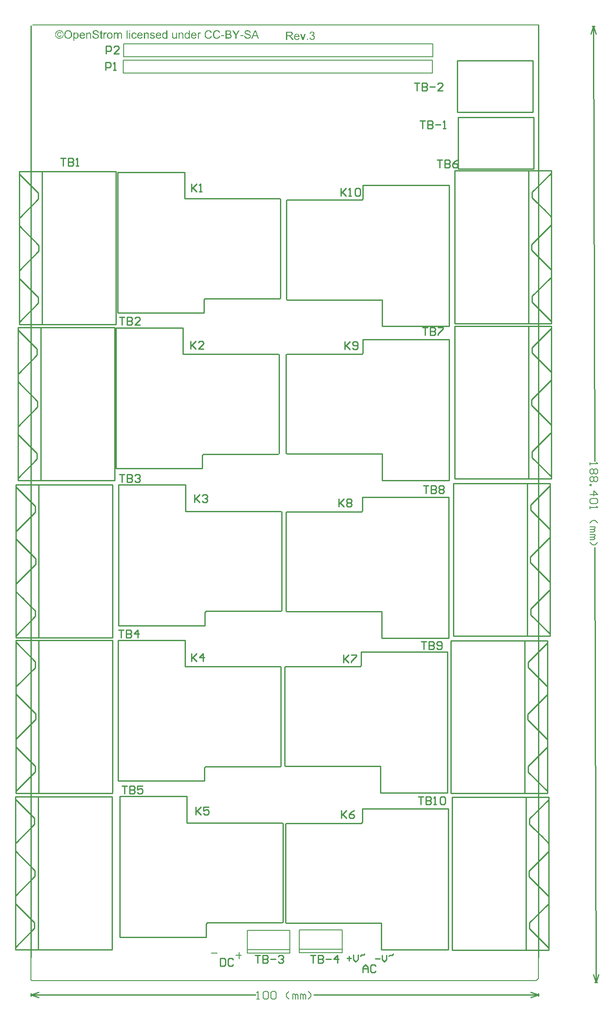
<source format=gto>
%FSLAX23Y23*%
%MOIN*%
G70*
G01*
G75*
G04 Layer_Color=65535*
%ADD10C,0.031*%
%ADD11C,0.197*%
%ADD12C,0.236*%
%ADD13C,0.165*%
%ADD14C,0.157*%
%ADD15C,0.059*%
%ADD16R,0.059X0.059*%
G04:AMPARAMS|DCode=17|XSize=236mil|YSize=236mil|CornerRadius=59mil|HoleSize=0mil|Usage=FLASHONLY|Rotation=0.000|XOffset=0mil|YOffset=0mil|HoleType=Round|Shape=RoundedRectangle|*
%AMROUNDEDRECTD17*
21,1,0.236,0.118,0,0,0.0*
21,1,0.118,0.236,0,0,0.0*
1,1,0.118,0.059,-0.059*
1,1,0.118,-0.059,-0.059*
1,1,0.118,-0.059,0.059*
1,1,0.118,0.059,0.059*
%
%ADD17ROUNDEDRECTD17*%
%ADD18C,0.157*%
G04:AMPARAMS|DCode=19|XSize=236mil|YSize=236mil|CornerRadius=59mil|HoleSize=0mil|Usage=FLASHONLY|Rotation=270.000|XOffset=0mil|YOffset=0mil|HoleType=Round|Shape=RoundedRectangle|*
%AMROUNDEDRECTD19*
21,1,0.236,0.118,0,0,270.0*
21,1,0.118,0.236,0,0,270.0*
1,1,0.118,-0.059,-0.059*
1,1,0.118,-0.059,0.059*
1,1,0.118,0.059,0.059*
1,1,0.118,0.059,-0.059*
%
%ADD19ROUNDEDRECTD19*%
%ADD20C,0.079*%
%ADD21C,0.050*%
%ADD22C,0.079*%
%ADD23C,0.039*%
%ADD24C,0.071*%
%ADD25C,0.059*%
%ADD26R,0.031X0.024*%
%ADD27R,0.060X0.100*%
%ADD28R,0.100X0.060*%
%ADD29C,0.118*%
%ADD30C,0.008*%
%ADD31C,0.010*%
%ADD32C,0.006*%
G36*
X401Y7355D02*
X401Y7354D01*
X402Y7354D01*
X403Y7354D01*
X405Y7354D01*
X407Y7353D01*
X408Y7353D01*
X409Y7352D01*
X411Y7351D01*
X412Y7350D01*
X413Y7349D01*
X414Y7348D01*
X414Y7348D01*
X415Y7348D01*
X415Y7347D01*
X415Y7347D01*
X416Y7346D01*
X416Y7346D01*
X417Y7345D01*
X417Y7344D01*
X418Y7342D01*
X418Y7341D01*
X419Y7340D01*
X419Y7338D01*
X420Y7336D01*
X420Y7334D01*
X420Y7332D01*
X420Y7330D01*
Y7330D01*
Y7330D01*
Y7329D01*
X420Y7328D01*
X386D01*
Y7328D01*
Y7328D01*
X386Y7327D01*
Y7327D01*
X386Y7326D01*
X386Y7326D01*
X386Y7324D01*
X387Y7322D01*
X388Y7320D01*
X389Y7318D01*
X390Y7316D01*
X390Y7316D01*
X391Y7316D01*
X391Y7315D01*
X393Y7315D01*
X394Y7314D01*
X396Y7313D01*
X398Y7313D01*
X400Y7312D01*
X400D01*
X401Y7313D01*
X402Y7313D01*
X403Y7313D01*
X405Y7313D01*
X406Y7314D01*
X407Y7315D01*
X407Y7315D01*
X408Y7315D01*
X408Y7316D01*
X409Y7317D01*
X410Y7318D01*
X410Y7319D01*
X411Y7320D01*
X412Y7322D01*
X420Y7321D01*
Y7321D01*
X420Y7321D01*
X420Y7320D01*
X420Y7320D01*
X419Y7319D01*
X419Y7319D01*
X418Y7317D01*
X417Y7315D01*
X416Y7313D01*
X415Y7311D01*
X413Y7310D01*
X413D01*
X413Y7310D01*
X412Y7310D01*
X412Y7309D01*
X411Y7309D01*
X411Y7309D01*
X410Y7308D01*
X409Y7308D01*
X407Y7307D01*
X405Y7307D01*
X403Y7306D01*
X400Y7306D01*
X399D01*
X398Y7306D01*
X397Y7306D01*
X396Y7306D01*
X395Y7307D01*
X394Y7307D01*
X391Y7308D01*
X390Y7308D01*
X389Y7309D01*
X387Y7309D01*
X386Y7310D01*
X385Y7311D01*
X383Y7312D01*
X383Y7312D01*
X383Y7313D01*
X383Y7313D01*
X383Y7313D01*
X382Y7314D01*
X382Y7315D01*
X381Y7316D01*
X381Y7317D01*
X380Y7318D01*
X379Y7319D01*
X379Y7321D01*
X379Y7322D01*
X378Y7324D01*
X378Y7326D01*
X378Y7328D01*
X378Y7330D01*
Y7330D01*
Y7330D01*
Y7331D01*
X378Y7332D01*
X378Y7333D01*
X378Y7334D01*
X378Y7335D01*
X378Y7337D01*
X379Y7339D01*
X379Y7341D01*
X380Y7343D01*
X381Y7344D01*
X382Y7345D01*
X382Y7347D01*
X383Y7348D01*
X384Y7348D01*
X384Y7348D01*
X384Y7349D01*
X385Y7349D01*
X385Y7350D01*
X386Y7350D01*
X387Y7351D01*
X388Y7351D01*
X389Y7352D01*
X390Y7353D01*
X391Y7353D01*
X393Y7354D01*
X394Y7354D01*
X396Y7354D01*
X397Y7355D01*
X399Y7355D01*
X400D01*
X401Y7355D01*
D02*
G37*
G36*
X291Y7372D02*
X292D01*
X293Y7372D01*
X294Y7372D01*
X295Y7372D01*
X298Y7371D01*
X300Y7370D01*
X303Y7369D01*
X304Y7369D01*
X306Y7368D01*
X306D01*
X306Y7368D01*
X306Y7368D01*
X307Y7367D01*
X308Y7367D01*
X308Y7366D01*
X310Y7365D01*
X312Y7363D01*
X313Y7361D01*
X315Y7359D01*
X317Y7356D01*
Y7356D01*
X317Y7356D01*
X317Y7355D01*
X317Y7355D01*
X318Y7354D01*
X318Y7353D01*
X318Y7352D01*
X319Y7351D01*
X319Y7350D01*
X319Y7349D01*
X320Y7346D01*
X320Y7343D01*
X320Y7339D01*
Y7339D01*
Y7339D01*
Y7338D01*
X320Y7337D01*
Y7336D01*
X320Y7335D01*
X320Y7334D01*
X320Y7333D01*
X319Y7330D01*
X319Y7327D01*
X318Y7324D01*
X316Y7322D01*
Y7321D01*
X316Y7321D01*
X316Y7321D01*
X316Y7320D01*
X315Y7320D01*
X315Y7319D01*
X314Y7317D01*
X312Y7315D01*
X310Y7313D01*
X308Y7312D01*
X305Y7310D01*
X305D01*
X305Y7310D01*
X305Y7310D01*
X304Y7309D01*
X303Y7309D01*
X303Y7309D01*
X302Y7308D01*
X301Y7308D01*
X298Y7307D01*
X296Y7307D01*
X293Y7306D01*
X290Y7306D01*
X289D01*
X288Y7306D01*
X287D01*
X287Y7306D01*
X286Y7306D01*
X284Y7307D01*
X282Y7307D01*
X279Y7308D01*
X276Y7309D01*
X275Y7310D01*
X274Y7310D01*
X273Y7310D01*
X273Y7311D01*
X273Y7311D01*
X272Y7311D01*
X272Y7312D01*
X271Y7312D01*
X270Y7313D01*
X268Y7315D01*
X266Y7317D01*
X264Y7320D01*
X263Y7322D01*
Y7322D01*
X263Y7323D01*
X262Y7323D01*
X262Y7324D01*
X262Y7324D01*
X262Y7325D01*
X261Y7326D01*
X261Y7327D01*
X261Y7328D01*
X260Y7329D01*
X260Y7332D01*
X259Y7335D01*
X259Y7338D01*
Y7338D01*
Y7339D01*
X259Y7340D01*
Y7341D01*
X259Y7342D01*
X260Y7344D01*
X260Y7345D01*
X260Y7347D01*
X261Y7349D01*
X261Y7351D01*
X262Y7353D01*
X263Y7355D01*
X264Y7358D01*
X265Y7360D01*
X266Y7361D01*
X268Y7363D01*
X268Y7363D01*
X268Y7364D01*
X269Y7364D01*
X269Y7365D01*
X270Y7365D01*
X271Y7366D01*
X272Y7367D01*
X274Y7368D01*
X275Y7369D01*
X277Y7369D01*
X279Y7370D01*
X281Y7371D01*
X283Y7371D01*
X285Y7372D01*
X287Y7372D01*
X290Y7372D01*
X291D01*
X291Y7372D01*
D02*
G37*
G36*
X614Y7355D02*
X615Y7354D01*
X616Y7354D01*
X617Y7354D01*
X618Y7354D01*
X621Y7353D01*
X622Y7353D01*
X623Y7352D01*
X625Y7351D01*
X626Y7350D01*
X627Y7349D01*
X628Y7348D01*
X629Y7348D01*
X629Y7348D01*
X629Y7348D01*
X629Y7347D01*
X630Y7347D01*
X630Y7346D01*
X631Y7345D01*
X632Y7344D01*
X632Y7343D01*
X633Y7341D01*
X633Y7340D01*
X634Y7338D01*
X634Y7337D01*
X634Y7335D01*
X635Y7333D01*
X635Y7331D01*
Y7331D01*
Y7331D01*
Y7330D01*
Y7329D01*
X635Y7329D01*
Y7328D01*
X634Y7327D01*
X634Y7326D01*
X634Y7323D01*
X633Y7321D01*
X633Y7319D01*
X632Y7317D01*
Y7317D01*
X632Y7317D01*
X631Y7316D01*
X631Y7315D01*
X630Y7314D01*
X629Y7313D01*
X627Y7311D01*
X626Y7310D01*
X624Y7309D01*
X624D01*
X624Y7309D01*
X623Y7309D01*
X623Y7308D01*
X622Y7308D01*
X621Y7307D01*
X619Y7307D01*
X617Y7307D01*
X615Y7306D01*
X613Y7306D01*
X612D01*
X611Y7306D01*
X610Y7306D01*
X609Y7306D01*
X608Y7307D01*
X607Y7307D01*
X605Y7308D01*
X603Y7308D01*
X602Y7309D01*
X601Y7309D01*
X599Y7310D01*
X598Y7311D01*
X597Y7312D01*
X597Y7312D01*
X597Y7313D01*
X596Y7313D01*
X596Y7313D01*
X596Y7314D01*
X595Y7315D01*
X595Y7316D01*
X594Y7317D01*
X594Y7318D01*
X593Y7319D01*
X592Y7321D01*
X592Y7323D01*
X592Y7324D01*
X591Y7326D01*
X591Y7328D01*
X591Y7330D01*
Y7331D01*
Y7331D01*
X591Y7332D01*
Y7332D01*
X591Y7334D01*
X591Y7335D01*
X592Y7336D01*
X592Y7338D01*
X592Y7339D01*
X593Y7341D01*
X593Y7342D01*
X594Y7344D01*
X595Y7345D01*
X596Y7347D01*
X597Y7348D01*
X598Y7349D01*
X598Y7350D01*
X599Y7350D01*
X599Y7350D01*
X599Y7350D01*
X600Y7351D01*
X601Y7351D01*
X601Y7352D01*
X602Y7352D01*
X603Y7352D01*
X604Y7353D01*
X607Y7354D01*
X610Y7354D01*
X611Y7355D01*
X613Y7355D01*
X614D01*
X614Y7355D01*
D02*
G37*
G36*
X1134Y7307D02*
X1127D01*
Y7314D01*
X1127Y7314D01*
X1127Y7314D01*
X1127Y7313D01*
X1126Y7313D01*
X1126Y7312D01*
X1125Y7311D01*
X1124Y7311D01*
X1123Y7310D01*
X1122Y7309D01*
X1121Y7308D01*
X1120Y7308D01*
X1119Y7307D01*
X1117Y7307D01*
X1116Y7306D01*
X1114Y7306D01*
X1112Y7306D01*
X1112D01*
X1111Y7306D01*
X1110Y7306D01*
X1109Y7306D01*
X1107Y7307D01*
X1106Y7307D01*
X1105Y7308D01*
X1104Y7308D01*
X1104Y7308D01*
X1103Y7308D01*
X1103Y7309D01*
X1102Y7309D01*
X1101Y7310D01*
X1100Y7311D01*
X1099Y7311D01*
X1099Y7312D01*
X1099Y7312D01*
X1099Y7312D01*
X1099Y7313D01*
X1098Y7314D01*
X1098Y7315D01*
X1097Y7316D01*
X1097Y7317D01*
Y7317D01*
X1097Y7318D01*
Y7318D01*
X1097Y7319D01*
X1097Y7320D01*
Y7321D01*
X1097Y7323D01*
Y7325D01*
Y7354D01*
X1104D01*
Y7328D01*
Y7328D01*
Y7327D01*
Y7327D01*
Y7327D01*
Y7326D01*
X1105Y7324D01*
Y7323D01*
X1105Y7322D01*
X1105Y7320D01*
X1105Y7319D01*
Y7319D01*
X1105Y7319D01*
X1105Y7318D01*
X1106Y7318D01*
X1106Y7317D01*
X1107Y7316D01*
X1107Y7315D01*
X1108Y7315D01*
X1108Y7314D01*
X1108Y7314D01*
X1109Y7314D01*
X1110Y7314D01*
X1111Y7313D01*
X1111Y7313D01*
X1113Y7313D01*
X1114Y7313D01*
X1115D01*
X1115Y7313D01*
X1116Y7313D01*
X1117Y7313D01*
X1118Y7314D01*
X1119Y7314D01*
X1120Y7315D01*
X1121Y7315D01*
X1121Y7315D01*
X1122Y7315D01*
X1122Y7316D01*
X1123Y7317D01*
X1124Y7317D01*
X1124Y7318D01*
X1125Y7319D01*
X1125Y7320D01*
X1125Y7320D01*
X1125Y7321D01*
X1126Y7322D01*
X1126Y7323D01*
X1126Y7325D01*
X1126Y7327D01*
X1126Y7329D01*
Y7354D01*
X1134D01*
Y7307D01*
D02*
G37*
G36*
X1501Y7326D02*
X1477D01*
Y7334D01*
X1501D01*
Y7326D01*
D02*
G37*
G36*
X2116Y7297D02*
X2108D01*
X2091Y7344D01*
X2099D01*
X2109Y7316D01*
X2109Y7316D01*
X2109Y7315D01*
X2110Y7314D01*
X2110Y7313D01*
X2110Y7312D01*
X2111Y7310D01*
X2112Y7308D01*
X2112Y7307D01*
X2112Y7307D01*
X2112Y7307D01*
X2112Y7308D01*
X2113Y7309D01*
X2113Y7310D01*
X2114Y7312D01*
X2114Y7313D01*
X2115Y7315D01*
X2125Y7344D01*
X2133D01*
X2116Y7297D01*
D02*
G37*
G36*
X2152D02*
X2143D01*
Y7306D01*
X2152D01*
Y7297D01*
D02*
G37*
G36*
X1650Y7326D02*
X1626D01*
Y7334D01*
X1650D01*
Y7326D01*
D02*
G37*
G36*
X2185Y7362D02*
X2186Y7361D01*
X2188Y7361D01*
X2189Y7361D01*
X2191Y7360D01*
X2193Y7359D01*
X2193D01*
X2193Y7359D01*
X2193Y7359D01*
X2194Y7358D01*
X2195Y7358D01*
X2196Y7357D01*
X2197Y7356D01*
X2199Y7355D01*
X2200Y7353D01*
X2200Y7353D01*
X2200Y7352D01*
X2200Y7352D01*
X2201Y7351D01*
X2201Y7349D01*
X2201Y7348D01*
X2202Y7347D01*
X2202Y7345D01*
Y7345D01*
Y7344D01*
X2202Y7344D01*
X2202Y7343D01*
X2201Y7341D01*
X2201Y7340D01*
X2200Y7339D01*
X2200Y7337D01*
X2200Y7337D01*
X2199Y7337D01*
X2199Y7336D01*
X2198Y7336D01*
X2197Y7335D01*
X2196Y7334D01*
X2195Y7333D01*
X2193Y7332D01*
X2193D01*
X2193Y7332D01*
X2194D01*
X2194Y7332D01*
X2195Y7331D01*
X2196Y7331D01*
X2198Y7330D01*
X2199Y7329D01*
X2201Y7328D01*
X2202Y7327D01*
X2202Y7326D01*
X2202Y7326D01*
X2203Y7325D01*
X2203Y7324D01*
X2204Y7322D01*
X2205Y7320D01*
X2205Y7318D01*
X2205Y7316D01*
Y7316D01*
Y7316D01*
Y7315D01*
X2205Y7315D01*
X2205Y7314D01*
X2205Y7313D01*
X2205Y7312D01*
X2204Y7311D01*
X2204Y7309D01*
X2203Y7308D01*
X2202Y7307D01*
X2202Y7305D01*
X2201Y7304D01*
X2200Y7303D01*
X2199Y7302D01*
X2199Y7302D01*
X2199Y7302D01*
X2198Y7301D01*
X2198Y7301D01*
X2197Y7301D01*
X2196Y7300D01*
X2196Y7300D01*
X2195Y7299D01*
X2194Y7299D01*
X2192Y7298D01*
X2191Y7298D01*
X2190Y7297D01*
X2188Y7297D01*
X2187Y7296D01*
X2185Y7296D01*
X2183Y7296D01*
X2183D01*
X2182Y7296D01*
X2181Y7296D01*
X2181Y7296D01*
X2180Y7297D01*
X2179Y7297D01*
X2176Y7297D01*
X2174Y7298D01*
X2173Y7299D01*
X2172Y7299D01*
X2171Y7300D01*
X2169Y7301D01*
X2169Y7301D01*
X2169Y7301D01*
X2169Y7302D01*
X2169Y7302D01*
X2168Y7303D01*
X2168Y7303D01*
X2167Y7304D01*
X2167Y7305D01*
X2165Y7307D01*
X2165Y7309D01*
X2164Y7311D01*
X2163Y7313D01*
X2163Y7314D01*
X2171Y7315D01*
Y7315D01*
X2171Y7315D01*
Y7315D01*
X2171Y7314D01*
X2172Y7313D01*
X2172Y7312D01*
X2173Y7310D01*
X2173Y7308D01*
X2174Y7307D01*
X2176Y7306D01*
X2176Y7306D01*
X2176Y7305D01*
X2177Y7305D01*
X2178Y7304D01*
X2179Y7304D01*
X2180Y7303D01*
X2182Y7303D01*
X2183Y7303D01*
X2184D01*
X2184Y7303D01*
X2185Y7303D01*
X2187Y7303D01*
X2188Y7304D01*
X2190Y7304D01*
X2191Y7305D01*
X2193Y7307D01*
X2193Y7307D01*
X2193Y7307D01*
X2194Y7308D01*
X2195Y7309D01*
X2195Y7311D01*
X2196Y7312D01*
X2196Y7314D01*
X2197Y7316D01*
Y7316D01*
Y7316D01*
Y7317D01*
X2197Y7317D01*
X2196Y7318D01*
X2196Y7319D01*
X2196Y7321D01*
X2195Y7322D01*
X2194Y7324D01*
X2193Y7325D01*
X2193Y7325D01*
X2192Y7326D01*
X2192Y7326D01*
X2191Y7327D01*
X2189Y7327D01*
X2188Y7328D01*
X2186Y7328D01*
X2184Y7328D01*
X2183D01*
X2183Y7328D01*
X2182Y7328D01*
X2181Y7328D01*
X2180Y7328D01*
X2179Y7328D01*
X2179Y7335D01*
X2180D01*
X2180Y7335D01*
X2182D01*
X2182Y7335D01*
X2184Y7335D01*
X2185Y7335D01*
X2187Y7336D01*
X2188Y7336D01*
X2190Y7337D01*
X2190Y7337D01*
X2190Y7338D01*
X2191Y7338D01*
X2192Y7339D01*
X2193Y7340D01*
X2193Y7342D01*
X2194Y7343D01*
X2194Y7345D01*
Y7345D01*
Y7345D01*
Y7346D01*
X2194Y7347D01*
X2193Y7348D01*
X2193Y7349D01*
X2193Y7350D01*
X2192Y7351D01*
X2191Y7352D01*
X2191Y7352D01*
X2190Y7353D01*
X2190Y7353D01*
X2189Y7354D01*
X2188Y7354D01*
X2186Y7355D01*
X2185Y7355D01*
X2183Y7355D01*
X2183D01*
X2182Y7355D01*
X2181Y7355D01*
X2179Y7355D01*
X2178Y7354D01*
X2177Y7353D01*
X2176Y7352D01*
X2176Y7352D01*
X2175Y7352D01*
X2175Y7351D01*
X2174Y7350D01*
X2173Y7349D01*
X2173Y7348D01*
X2172Y7346D01*
X2172Y7344D01*
X2164Y7345D01*
Y7345D01*
X2164Y7345D01*
X2164Y7346D01*
X2164Y7346D01*
X2164Y7347D01*
X2165Y7348D01*
X2165Y7350D01*
X2166Y7352D01*
X2167Y7354D01*
X2169Y7356D01*
X2170Y7357D01*
X2170Y7357D01*
X2171Y7357D01*
X2171Y7358D01*
X2171Y7358D01*
X2172Y7358D01*
X2172Y7359D01*
X2174Y7360D01*
X2176Y7360D01*
X2178Y7361D01*
X2180Y7361D01*
X2182Y7362D01*
X2184D01*
X2185Y7362D01*
D02*
G37*
G36*
X771Y7307D02*
X763D01*
Y7354D01*
X771D01*
Y7307D01*
D02*
G37*
G36*
X1536Y7371D02*
X1537D01*
X1538Y7371D01*
X1540Y7371D01*
X1542Y7370D01*
X1544Y7370D01*
X1546Y7369D01*
X1546D01*
X1546Y7369D01*
X1547Y7369D01*
X1547Y7368D01*
X1548Y7368D01*
X1550Y7367D01*
X1551Y7366D01*
X1552Y7365D01*
X1553Y7363D01*
X1553Y7363D01*
X1553Y7363D01*
X1554Y7362D01*
X1554Y7361D01*
X1555Y7359D01*
X1555Y7358D01*
X1555Y7356D01*
X1555Y7355D01*
Y7355D01*
Y7354D01*
X1555Y7353D01*
X1555Y7352D01*
X1555Y7351D01*
X1554Y7350D01*
X1554Y7348D01*
X1553Y7347D01*
X1553Y7347D01*
X1553Y7346D01*
X1552Y7346D01*
X1551Y7345D01*
X1550Y7344D01*
X1549Y7343D01*
X1548Y7342D01*
X1546Y7341D01*
X1546D01*
X1547Y7341D01*
X1547Y7341D01*
X1547Y7341D01*
X1548Y7340D01*
X1550Y7340D01*
X1551Y7339D01*
X1553Y7338D01*
X1554Y7337D01*
X1555Y7335D01*
X1555Y7335D01*
X1556Y7335D01*
X1556Y7334D01*
X1557Y7333D01*
X1558Y7331D01*
X1558Y7330D01*
X1558Y7328D01*
X1559Y7326D01*
Y7325D01*
Y7325D01*
X1558Y7324D01*
X1558Y7323D01*
X1558Y7322D01*
X1558Y7320D01*
X1557Y7319D01*
X1557Y7317D01*
X1556Y7317D01*
X1556Y7317D01*
X1556Y7316D01*
X1555Y7315D01*
X1555Y7314D01*
X1554Y7313D01*
X1553Y7312D01*
X1552Y7311D01*
X1552Y7311D01*
X1551Y7311D01*
X1551Y7311D01*
X1550Y7310D01*
X1549Y7310D01*
X1548Y7309D01*
X1546Y7309D01*
X1545Y7308D01*
X1545D01*
X1544Y7308D01*
X1543Y7308D01*
X1542Y7308D01*
X1540Y7307D01*
X1539Y7307D01*
X1537Y7307D01*
X1510D01*
Y7371D01*
X1535D01*
X1536Y7371D01*
D02*
G37*
G36*
X549Y7354D02*
X557D01*
Y7347D01*
X549D01*
Y7320D01*
Y7320D01*
Y7320D01*
Y7319D01*
X549Y7318D01*
X549Y7317D01*
X549Y7316D01*
X549Y7316D01*
X549Y7316D01*
X549Y7315D01*
X550Y7315D01*
X550Y7314D01*
X550Y7314D01*
X551Y7314D01*
X552Y7314D01*
X553Y7314D01*
X554D01*
X554Y7314D01*
X555D01*
X557Y7314D01*
X558Y7307D01*
X557D01*
X557Y7307D01*
X556Y7307D01*
X556Y7307D01*
X555Y7307D01*
X554Y7307D01*
X552Y7307D01*
X551D01*
X550Y7307D01*
X549Y7307D01*
X548Y7307D01*
X547Y7307D01*
X546Y7307D01*
X545Y7308D01*
X545Y7308D01*
X545Y7308D01*
X544Y7308D01*
X544Y7309D01*
X543Y7309D01*
X543Y7310D01*
X542Y7311D01*
X542Y7311D01*
Y7311D01*
X542Y7312D01*
X541Y7312D01*
X541Y7313D01*
X541Y7315D01*
X541Y7315D01*
X541Y7316D01*
Y7317D01*
X541Y7318D01*
Y7319D01*
Y7321D01*
Y7347D01*
X535D01*
Y7354D01*
X541D01*
Y7365D01*
X549Y7370D01*
Y7354D01*
D02*
G37*
G36*
X751Y7307D02*
X743D01*
Y7371D01*
X751D01*
Y7307D01*
D02*
G37*
G36*
X1772D02*
X1763D01*
X1755Y7327D01*
X1728D01*
X1721Y7307D01*
X1712D01*
X1737Y7371D01*
X1746D01*
X1772Y7307D01*
D02*
G37*
G36*
X993Y7355D02*
X994Y7354D01*
X995Y7354D01*
X996Y7354D01*
X997Y7354D01*
X999Y7353D01*
X1000Y7353D01*
X1002Y7352D01*
X1003Y7351D01*
X1004Y7350D01*
X1005Y7349D01*
X1006Y7348D01*
X1007Y7348D01*
X1007Y7348D01*
X1007Y7347D01*
X1007Y7347D01*
X1008Y7346D01*
X1008Y7346D01*
X1009Y7345D01*
X1010Y7344D01*
X1010Y7342D01*
X1011Y7341D01*
X1011Y7340D01*
X1012Y7338D01*
X1012Y7336D01*
X1012Y7334D01*
X1012Y7332D01*
X1012Y7330D01*
Y7330D01*
Y7330D01*
Y7329D01*
X1012Y7328D01*
X978D01*
Y7328D01*
Y7328D01*
X978Y7327D01*
Y7327D01*
X978Y7326D01*
X978Y7326D01*
X978Y7324D01*
X979Y7322D01*
X980Y7320D01*
X981Y7318D01*
X982Y7316D01*
X982Y7316D01*
X983Y7316D01*
X984Y7315D01*
X985Y7315D01*
X986Y7314D01*
X988Y7313D01*
X990Y7313D01*
X992Y7312D01*
X993D01*
X993Y7313D01*
X994Y7313D01*
X995Y7313D01*
X997Y7313D01*
X998Y7314D01*
X999Y7315D01*
X999Y7315D01*
X1000Y7315D01*
X1000Y7316D01*
X1001Y7317D01*
X1002Y7318D01*
X1002Y7319D01*
X1003Y7320D01*
X1004Y7322D01*
X1012Y7321D01*
Y7321D01*
X1012Y7321D01*
X1012Y7320D01*
X1012Y7320D01*
X1012Y7319D01*
X1011Y7319D01*
X1010Y7317D01*
X1010Y7315D01*
X1008Y7313D01*
X1007Y7311D01*
X1005Y7310D01*
X1005D01*
X1005Y7310D01*
X1005Y7310D01*
X1004Y7309D01*
X1004Y7309D01*
X1003Y7309D01*
X1002Y7308D01*
X1001Y7308D01*
X1000Y7307D01*
X997Y7307D01*
X995Y7306D01*
X992Y7306D01*
X991D01*
X990Y7306D01*
X989Y7306D01*
X988Y7306D01*
X987Y7307D01*
X986Y7307D01*
X983Y7308D01*
X982Y7308D01*
X981Y7309D01*
X979Y7309D01*
X978Y7310D01*
X977Y7311D01*
X976Y7312D01*
X976Y7312D01*
X975Y7313D01*
X975Y7313D01*
X975Y7313D01*
X974Y7314D01*
X974Y7315D01*
X973Y7316D01*
X973Y7317D01*
X972Y7318D01*
X972Y7319D01*
X971Y7321D01*
X971Y7322D01*
X970Y7324D01*
X970Y7326D01*
X970Y7328D01*
X970Y7330D01*
Y7330D01*
Y7330D01*
Y7331D01*
X970Y7332D01*
X970Y7333D01*
X970Y7334D01*
X970Y7335D01*
X970Y7337D01*
X971Y7339D01*
X972Y7341D01*
X972Y7343D01*
X973Y7344D01*
X974Y7345D01*
X975Y7347D01*
X976Y7348D01*
X976Y7348D01*
X976Y7348D01*
X976Y7349D01*
X977Y7349D01*
X977Y7350D01*
X978Y7350D01*
X979Y7351D01*
X980Y7351D01*
X981Y7352D01*
X982Y7353D01*
X983Y7353D01*
X985Y7354D01*
X986Y7354D01*
X988Y7354D01*
X989Y7355D01*
X991Y7355D01*
X992D01*
X993Y7355D01*
D02*
G37*
G36*
X848D02*
X849Y7354D01*
X850Y7354D01*
X851Y7354D01*
X852Y7354D01*
X855Y7353D01*
X856Y7353D01*
X857Y7352D01*
X859Y7351D01*
X860Y7350D01*
X861Y7349D01*
X862Y7348D01*
X862Y7348D01*
X862Y7348D01*
X863Y7347D01*
X863Y7347D01*
X863Y7346D01*
X864Y7346D01*
X865Y7345D01*
X865Y7344D01*
X866Y7342D01*
X866Y7341D01*
X867Y7340D01*
X867Y7338D01*
X867Y7336D01*
X868Y7334D01*
X868Y7332D01*
X868Y7330D01*
Y7330D01*
Y7330D01*
Y7329D01*
X868Y7328D01*
X833D01*
Y7328D01*
Y7328D01*
X834Y7327D01*
Y7327D01*
X834Y7326D01*
X834Y7326D01*
X834Y7324D01*
X835Y7322D01*
X835Y7320D01*
X836Y7318D01*
X838Y7316D01*
X838Y7316D01*
X838Y7316D01*
X839Y7315D01*
X840Y7315D01*
X842Y7314D01*
X843Y7313D01*
X845Y7313D01*
X847Y7312D01*
X848D01*
X849Y7313D01*
X850Y7313D01*
X851Y7313D01*
X852Y7313D01*
X854Y7314D01*
X855Y7315D01*
X855Y7315D01*
X855Y7315D01*
X856Y7316D01*
X857Y7317D01*
X857Y7318D01*
X858Y7319D01*
X859Y7320D01*
X860Y7322D01*
X868Y7321D01*
Y7321D01*
X868Y7321D01*
X868Y7320D01*
X867Y7320D01*
X867Y7319D01*
X867Y7319D01*
X866Y7317D01*
X865Y7315D01*
X864Y7313D01*
X862Y7311D01*
X861Y7310D01*
X861D01*
X860Y7310D01*
X860Y7310D01*
X860Y7309D01*
X859Y7309D01*
X859Y7309D01*
X858Y7308D01*
X857Y7308D01*
X855Y7307D01*
X853Y7307D01*
X850Y7306D01*
X847Y7306D01*
X846D01*
X846Y7306D01*
X845Y7306D01*
X844Y7306D01*
X843Y7307D01*
X842Y7307D01*
X839Y7308D01*
X838Y7308D01*
X836Y7309D01*
X835Y7309D01*
X834Y7310D01*
X832Y7311D01*
X831Y7312D01*
X831Y7312D01*
X831Y7313D01*
X831Y7313D01*
X830Y7313D01*
X830Y7314D01*
X829Y7315D01*
X829Y7316D01*
X828Y7317D01*
X828Y7318D01*
X827Y7319D01*
X827Y7321D01*
X826Y7322D01*
X826Y7324D01*
X826Y7326D01*
X825Y7328D01*
X825Y7330D01*
Y7330D01*
Y7330D01*
Y7331D01*
X825Y7332D01*
X826Y7333D01*
X826Y7334D01*
X826Y7335D01*
X826Y7337D01*
X827Y7339D01*
X827Y7341D01*
X828Y7343D01*
X829Y7344D01*
X829Y7345D01*
X830Y7347D01*
X831Y7348D01*
X831Y7348D01*
X832Y7348D01*
X832Y7349D01*
X832Y7349D01*
X833Y7350D01*
X834Y7350D01*
X835Y7351D01*
X835Y7351D01*
X837Y7352D01*
X838Y7353D01*
X839Y7353D01*
X840Y7354D01*
X842Y7354D01*
X843Y7354D01*
X845Y7355D01*
X847Y7355D01*
X848D01*
X848Y7355D01*
D02*
G37*
G36*
X223Y7372D02*
X224D01*
X225Y7372D01*
X226Y7372D01*
X227Y7372D01*
X230Y7371D01*
X232Y7370D01*
X235Y7369D01*
X237Y7369D01*
X238Y7368D01*
X238D01*
X239Y7368D01*
X239Y7368D01*
X239Y7367D01*
X240Y7367D01*
X241Y7366D01*
X243Y7365D01*
X245Y7363D01*
X247Y7361D01*
X249Y7359D01*
X250Y7356D01*
X251Y7356D01*
X251Y7355D01*
X251Y7355D01*
X251Y7354D01*
X252Y7354D01*
X252Y7353D01*
X252Y7352D01*
X253Y7351D01*
X253Y7350D01*
X253Y7348D01*
X254Y7345D01*
X255Y7342D01*
X255Y7341D01*
Y7339D01*
Y7339D01*
Y7339D01*
Y7338D01*
X255Y7338D01*
Y7337D01*
X255Y7336D01*
X255Y7335D01*
X254Y7334D01*
X254Y7331D01*
X253Y7329D01*
X252Y7326D01*
X251Y7324D01*
X251Y7323D01*
Y7323D01*
X250Y7323D01*
X250Y7322D01*
X250Y7322D01*
X249Y7321D01*
X249Y7320D01*
X247Y7318D01*
X246Y7316D01*
X244Y7314D01*
X241Y7312D01*
X238Y7311D01*
X238D01*
X238Y7310D01*
X238Y7310D01*
X237Y7310D01*
X236Y7310D01*
X235Y7309D01*
X234Y7309D01*
X233Y7308D01*
X232Y7308D01*
X231Y7308D01*
X228Y7307D01*
X225Y7307D01*
X224Y7306D01*
X222Y7306D01*
X221D01*
X221Y7306D01*
X220D01*
X219Y7307D01*
X218Y7307D01*
X217Y7307D01*
X214Y7307D01*
X211Y7308D01*
X208Y7309D01*
X207Y7310D01*
X205Y7311D01*
X205Y7311D01*
X205Y7311D01*
X205Y7311D01*
X204Y7311D01*
X204Y7312D01*
X203Y7312D01*
X201Y7314D01*
X199Y7315D01*
X197Y7318D01*
X195Y7320D01*
X193Y7323D01*
Y7323D01*
X193Y7323D01*
X193Y7324D01*
X193Y7324D01*
X192Y7325D01*
X192Y7326D01*
X192Y7327D01*
X191Y7328D01*
X191Y7329D01*
X190Y7330D01*
X190Y7333D01*
X189Y7336D01*
X189Y7338D01*
X189Y7339D01*
Y7339D01*
Y7340D01*
Y7340D01*
X189Y7341D01*
Y7341D01*
X189Y7342D01*
X189Y7343D01*
X190Y7345D01*
X190Y7347D01*
X191Y7350D01*
X192Y7353D01*
X193Y7354D01*
X193Y7356D01*
X193Y7356D01*
X194Y7356D01*
X194Y7357D01*
X194Y7357D01*
X195Y7358D01*
X195Y7359D01*
X197Y7360D01*
X198Y7362D01*
X200Y7364D01*
X203Y7366D01*
X206Y7368D01*
X206Y7368D01*
X206Y7368D01*
X206Y7368D01*
X207Y7369D01*
X208Y7369D01*
X209Y7369D01*
X210Y7370D01*
X211Y7370D01*
X213Y7371D01*
X216Y7372D01*
X219Y7372D01*
X220Y7372D01*
X223D01*
X223Y7372D01*
D02*
G37*
G36*
X1267Y7355D02*
X1267Y7354D01*
X1268Y7354D01*
X1269Y7354D01*
X1270Y7354D01*
X1273Y7353D01*
X1274Y7353D01*
X1275Y7352D01*
X1277Y7351D01*
X1278Y7350D01*
X1279Y7349D01*
X1280Y7348D01*
X1280Y7348D01*
X1281Y7348D01*
X1281Y7347D01*
X1281Y7347D01*
X1282Y7346D01*
X1282Y7346D01*
X1283Y7345D01*
X1283Y7344D01*
X1284Y7342D01*
X1284Y7341D01*
X1285Y7340D01*
X1285Y7338D01*
X1286Y7336D01*
X1286Y7334D01*
X1286Y7332D01*
X1286Y7330D01*
Y7330D01*
Y7330D01*
Y7329D01*
X1286Y7328D01*
X1252D01*
Y7328D01*
Y7328D01*
X1252Y7327D01*
Y7327D01*
X1252Y7326D01*
X1252Y7326D01*
X1252Y7324D01*
X1253Y7322D01*
X1253Y7320D01*
X1255Y7318D01*
X1256Y7316D01*
X1256Y7316D01*
X1257Y7316D01*
X1257Y7315D01*
X1258Y7315D01*
X1260Y7314D01*
X1262Y7313D01*
X1263Y7313D01*
X1266Y7312D01*
X1266D01*
X1267Y7313D01*
X1268Y7313D01*
X1269Y7313D01*
X1270Y7313D01*
X1272Y7314D01*
X1273Y7315D01*
X1273Y7315D01*
X1273Y7315D01*
X1274Y7316D01*
X1275Y7317D01*
X1275Y7318D01*
X1276Y7319D01*
X1277Y7320D01*
X1278Y7322D01*
X1286Y7321D01*
Y7321D01*
X1286Y7321D01*
X1286Y7320D01*
X1286Y7320D01*
X1285Y7319D01*
X1285Y7319D01*
X1284Y7317D01*
X1283Y7315D01*
X1282Y7313D01*
X1281Y7311D01*
X1279Y7310D01*
X1279D01*
X1279Y7310D01*
X1278Y7310D01*
X1278Y7309D01*
X1277Y7309D01*
X1277Y7309D01*
X1276Y7308D01*
X1275Y7308D01*
X1273Y7307D01*
X1271Y7307D01*
X1268Y7306D01*
X1266Y7306D01*
X1265D01*
X1264Y7306D01*
X1263Y7306D01*
X1262Y7306D01*
X1261Y7307D01*
X1260Y7307D01*
X1257Y7308D01*
X1256Y7308D01*
X1254Y7309D01*
X1253Y7309D01*
X1252Y7310D01*
X1251Y7311D01*
X1249Y7312D01*
X1249Y7312D01*
X1249Y7313D01*
X1249Y7313D01*
X1249Y7313D01*
X1248Y7314D01*
X1248Y7315D01*
X1247Y7316D01*
X1246Y7317D01*
X1246Y7318D01*
X1245Y7319D01*
X1245Y7321D01*
X1244Y7322D01*
X1244Y7324D01*
X1244Y7326D01*
X1244Y7328D01*
X1243Y7330D01*
Y7330D01*
Y7330D01*
Y7331D01*
X1244Y7332D01*
X1244Y7333D01*
X1244Y7334D01*
X1244Y7335D01*
X1244Y7337D01*
X1245Y7339D01*
X1245Y7341D01*
X1246Y7343D01*
X1247Y7344D01*
X1247Y7345D01*
X1248Y7347D01*
X1249Y7348D01*
X1249Y7348D01*
X1250Y7348D01*
X1250Y7349D01*
X1250Y7349D01*
X1251Y7350D01*
X1252Y7350D01*
X1253Y7351D01*
X1254Y7351D01*
X1255Y7352D01*
X1256Y7353D01*
X1257Y7353D01*
X1259Y7354D01*
X1260Y7354D01*
X1262Y7354D01*
X1263Y7355D01*
X1265Y7355D01*
X1266D01*
X1267Y7355D01*
D02*
G37*
G36*
X803D02*
X804D01*
X804Y7354D01*
X806Y7354D01*
X808Y7354D01*
X810Y7353D01*
X812Y7352D01*
X814Y7351D01*
X814D01*
X814Y7351D01*
X815Y7350D01*
X816Y7349D01*
X817Y7348D01*
X818Y7346D01*
X819Y7345D01*
X820Y7342D01*
X820Y7340D01*
X813Y7339D01*
Y7339D01*
X813Y7339D01*
X813Y7339D01*
X812Y7340D01*
X812Y7341D01*
X811Y7343D01*
X811Y7344D01*
X810Y7345D01*
X809Y7346D01*
X809Y7346D01*
X808Y7346D01*
X808Y7347D01*
X807Y7347D01*
X806Y7347D01*
X805Y7348D01*
X804Y7348D01*
X802Y7348D01*
X802D01*
X801Y7348D01*
X800Y7348D01*
X799Y7348D01*
X797Y7347D01*
X796Y7346D01*
X794Y7345D01*
X793Y7345D01*
X793Y7344D01*
X792Y7344D01*
X792Y7343D01*
X792Y7343D01*
X792Y7343D01*
X791Y7342D01*
X791Y7341D01*
X791Y7341D01*
X790Y7340D01*
X790Y7339D01*
X790Y7338D01*
X790Y7336D01*
X789Y7335D01*
X789Y7334D01*
X789Y7332D01*
Y7330D01*
Y7330D01*
Y7330D01*
Y7329D01*
X789Y7329D01*
Y7328D01*
X789Y7327D01*
X789Y7325D01*
X790Y7323D01*
X790Y7321D01*
X791Y7319D01*
X792Y7318D01*
X792Y7317D01*
X793Y7316D01*
X793Y7316D01*
X794Y7315D01*
X795Y7315D01*
X796Y7314D01*
X798Y7313D01*
X800Y7313D01*
X801Y7313D01*
X802Y7312D01*
X802D01*
X803Y7313D01*
X804Y7313D01*
X806Y7313D01*
X807Y7314D01*
X808Y7314D01*
X809Y7315D01*
X810Y7315D01*
X810Y7316D01*
X810Y7316D01*
X811Y7317D01*
X812Y7319D01*
X812Y7320D01*
X813Y7322D01*
X813Y7324D01*
X821Y7323D01*
Y7323D01*
X821Y7323D01*
X821Y7322D01*
X821Y7322D01*
X821Y7321D01*
X820Y7320D01*
X820Y7318D01*
X819Y7316D01*
X818Y7314D01*
X816Y7312D01*
X815Y7311D01*
X814D01*
X814Y7310D01*
X814Y7310D01*
X814Y7310D01*
X813Y7309D01*
X813Y7309D01*
X811Y7308D01*
X809Y7307D01*
X807Y7307D01*
X805Y7306D01*
X803Y7306D01*
X802Y7306D01*
X801D01*
X800Y7306D01*
X799Y7306D01*
X798Y7306D01*
X798Y7307D01*
X796Y7307D01*
X794Y7307D01*
X793Y7308D01*
X791Y7309D01*
X790Y7309D01*
X789Y7310D01*
X788Y7311D01*
X787Y7312D01*
X786Y7312D01*
X786Y7312D01*
X786Y7313D01*
X786Y7313D01*
X785Y7314D01*
X785Y7315D01*
X784Y7316D01*
X784Y7317D01*
X783Y7318D01*
X783Y7319D01*
X782Y7321D01*
X782Y7322D01*
X781Y7324D01*
X781Y7326D01*
X781Y7328D01*
X781Y7330D01*
Y7330D01*
Y7330D01*
Y7331D01*
Y7331D01*
X781Y7332D01*
Y7333D01*
X781Y7335D01*
X781Y7337D01*
X782Y7339D01*
X782Y7341D01*
X783Y7343D01*
Y7343D01*
X783Y7344D01*
X784Y7344D01*
X784Y7344D01*
X784Y7345D01*
X785Y7347D01*
X786Y7348D01*
X787Y7349D01*
X789Y7351D01*
X791Y7352D01*
X791D01*
X791Y7352D01*
X791Y7352D01*
X792Y7352D01*
X793Y7353D01*
X794Y7353D01*
X796Y7354D01*
X798Y7354D01*
X800Y7355D01*
X802Y7355D01*
X803D01*
X803Y7355D01*
D02*
G37*
G36*
X1059Y7307D02*
X1052D01*
Y7313D01*
X1052Y7313D01*
X1052Y7313D01*
X1052Y7312D01*
X1051Y7312D01*
X1051Y7311D01*
X1050Y7311D01*
X1050Y7310D01*
X1049Y7309D01*
X1048Y7309D01*
X1047Y7308D01*
X1046Y7308D01*
X1045Y7307D01*
X1043Y7307D01*
X1042Y7306D01*
X1041Y7306D01*
X1039Y7306D01*
X1038D01*
X1038Y7306D01*
X1037Y7306D01*
X1036Y7306D01*
X1034Y7307D01*
X1032Y7307D01*
X1031Y7308D01*
X1029Y7309D01*
X1029D01*
X1029Y7309D01*
X1028Y7310D01*
X1027Y7310D01*
X1026Y7311D01*
X1025Y7312D01*
X1024Y7314D01*
X1023Y7316D01*
X1022Y7318D01*
Y7318D01*
X1022Y7318D01*
X1022Y7318D01*
X1021Y7319D01*
X1021Y7319D01*
X1021Y7320D01*
X1020Y7321D01*
X1020Y7323D01*
X1020Y7325D01*
X1019Y7328D01*
X1019Y7330D01*
Y7330D01*
Y7331D01*
Y7331D01*
Y7331D01*
X1019Y7332D01*
Y7333D01*
X1019Y7334D01*
X1020Y7336D01*
X1020Y7338D01*
X1021Y7341D01*
X1021Y7343D01*
Y7343D01*
X1022Y7343D01*
X1022Y7343D01*
X1022Y7344D01*
X1022Y7345D01*
X1023Y7346D01*
X1024Y7347D01*
X1025Y7349D01*
X1027Y7350D01*
X1028Y7352D01*
X1028D01*
X1029Y7352D01*
X1029Y7352D01*
X1030Y7353D01*
X1031Y7353D01*
X1033Y7354D01*
X1035Y7354D01*
X1037Y7355D01*
X1039Y7355D01*
X1039D01*
X1040Y7355D01*
X1041Y7354D01*
X1042Y7354D01*
X1044Y7354D01*
X1045Y7353D01*
X1046Y7353D01*
X1046Y7353D01*
X1047Y7352D01*
X1047Y7352D01*
X1048Y7351D01*
X1049Y7351D01*
X1050Y7350D01*
X1051Y7349D01*
X1051Y7348D01*
Y7371D01*
X1059D01*
Y7307D01*
D02*
G37*
G36*
X1234D02*
X1226D01*
Y7313D01*
X1226Y7313D01*
X1226Y7313D01*
X1226Y7312D01*
X1225Y7312D01*
X1225Y7311D01*
X1224Y7311D01*
X1224Y7310D01*
X1223Y7309D01*
X1222Y7309D01*
X1221Y7308D01*
X1220Y7308D01*
X1219Y7307D01*
X1218Y7307D01*
X1216Y7306D01*
X1215Y7306D01*
X1213Y7306D01*
X1213D01*
X1212Y7306D01*
X1211Y7306D01*
X1210Y7306D01*
X1208Y7307D01*
X1207Y7307D01*
X1205Y7308D01*
X1203Y7309D01*
X1203D01*
X1203Y7309D01*
X1202Y7310D01*
X1201Y7310D01*
X1200Y7311D01*
X1199Y7312D01*
X1198Y7314D01*
X1197Y7316D01*
X1196Y7318D01*
Y7318D01*
X1196Y7318D01*
X1196Y7318D01*
X1196Y7319D01*
X1195Y7319D01*
X1195Y7320D01*
X1195Y7321D01*
X1194Y7323D01*
X1194Y7325D01*
X1193Y7328D01*
X1193Y7330D01*
Y7330D01*
Y7331D01*
Y7331D01*
Y7331D01*
X1193Y7332D01*
Y7333D01*
X1194Y7334D01*
X1194Y7336D01*
X1194Y7338D01*
X1195Y7341D01*
X1196Y7343D01*
Y7343D01*
X1196Y7343D01*
X1196Y7343D01*
X1196Y7344D01*
X1197Y7345D01*
X1197Y7346D01*
X1198Y7347D01*
X1200Y7349D01*
X1201Y7350D01*
X1203Y7352D01*
X1203D01*
X1203Y7352D01*
X1203Y7352D01*
X1204Y7353D01*
X1206Y7353D01*
X1207Y7354D01*
X1209Y7354D01*
X1211Y7355D01*
X1213Y7355D01*
X1214D01*
X1214Y7355D01*
X1215Y7354D01*
X1217Y7354D01*
X1218Y7354D01*
X1219Y7353D01*
X1220Y7353D01*
X1221Y7353D01*
X1221Y7352D01*
X1221Y7352D01*
X1222Y7351D01*
X1223Y7351D01*
X1224Y7350D01*
X1225Y7349D01*
X1226Y7348D01*
Y7371D01*
X1234D01*
Y7307D01*
D02*
G37*
G36*
X353Y7354D02*
X354Y7354D01*
X356Y7354D01*
X358Y7353D01*
X360Y7353D01*
X361Y7351D01*
X361D01*
X362Y7351D01*
X362Y7351D01*
X363Y7350D01*
X364Y7349D01*
X365Y7348D01*
X366Y7347D01*
X367Y7345D01*
X368Y7343D01*
Y7343D01*
X368Y7343D01*
X368Y7342D01*
X369Y7342D01*
X369Y7341D01*
X369Y7341D01*
X369Y7339D01*
X370Y7337D01*
X370Y7335D01*
X371Y7333D01*
X371Y7331D01*
Y7331D01*
Y7330D01*
Y7330D01*
Y7329D01*
X371Y7329D01*
Y7328D01*
X370Y7326D01*
X370Y7324D01*
X370Y7322D01*
X369Y7320D01*
X368Y7318D01*
Y7318D01*
X368Y7317D01*
X368Y7317D01*
X367Y7317D01*
X367Y7316D01*
X366Y7315D01*
X365Y7313D01*
X364Y7312D01*
X362Y7310D01*
X361Y7309D01*
X360D01*
X360Y7309D01*
X360Y7309D01*
X360Y7309D01*
X359Y7308D01*
X357Y7308D01*
X356Y7307D01*
X354Y7307D01*
X352Y7306D01*
X350Y7306D01*
X350D01*
X349Y7306D01*
X348Y7306D01*
X347Y7306D01*
X346Y7307D01*
X344Y7307D01*
X343Y7308D01*
X343Y7308D01*
X343Y7308D01*
X342Y7308D01*
X342Y7309D01*
X341Y7309D01*
X340Y7310D01*
X339Y7311D01*
X338Y7312D01*
Y7289D01*
X330D01*
Y7354D01*
X338D01*
Y7347D01*
X338Y7348D01*
X338Y7348D01*
X338Y7349D01*
X339Y7349D01*
X340Y7350D01*
X341Y7351D01*
X342Y7352D01*
X343Y7353D01*
X343Y7353D01*
X344Y7353D01*
X344Y7353D01*
X345Y7354D01*
X347Y7354D01*
X348Y7354D01*
X349Y7355D01*
X351Y7355D01*
X352D01*
X353Y7354D01*
D02*
G37*
G36*
X901Y7355D02*
X902Y7354D01*
X903Y7354D01*
X905Y7354D01*
X906Y7354D01*
X907Y7353D01*
X907Y7353D01*
X908Y7353D01*
X908Y7352D01*
X909Y7352D01*
X910Y7351D01*
X911Y7351D01*
X912Y7350D01*
X912Y7349D01*
X913Y7349D01*
X913Y7349D01*
X913Y7348D01*
X913Y7347D01*
X914Y7347D01*
X914Y7346D01*
X915Y7344D01*
X915Y7343D01*
Y7343D01*
X915Y7343D01*
X915Y7342D01*
X915Y7342D01*
Y7340D01*
X915Y7339D01*
X915Y7338D01*
Y7336D01*
Y7307D01*
X908D01*
Y7335D01*
Y7335D01*
Y7335D01*
Y7336D01*
Y7337D01*
X907Y7338D01*
X907Y7339D01*
X907Y7340D01*
X907Y7341D01*
X907Y7342D01*
Y7343D01*
X906Y7343D01*
X906Y7343D01*
X906Y7344D01*
X905Y7344D01*
X905Y7345D01*
X904Y7346D01*
X903Y7346D01*
X903Y7346D01*
X903Y7347D01*
X902Y7347D01*
X902Y7347D01*
X901Y7347D01*
X900Y7348D01*
X899Y7348D01*
X898Y7348D01*
X897D01*
X896Y7348D01*
X895Y7347D01*
X893Y7347D01*
X892Y7346D01*
X891Y7346D01*
X889Y7345D01*
X889Y7344D01*
X889Y7344D01*
X888Y7343D01*
X888Y7343D01*
X887Y7342D01*
X887Y7341D01*
X887Y7340D01*
X886Y7339D01*
X886Y7338D01*
X886Y7337D01*
X886Y7335D01*
X886Y7334D01*
Y7332D01*
Y7307D01*
X878D01*
Y7354D01*
X885D01*
Y7347D01*
X885Y7347D01*
X885Y7347D01*
X885Y7348D01*
X886Y7348D01*
X886Y7349D01*
X887Y7349D01*
X888Y7350D01*
X888Y7351D01*
X890Y7351D01*
X891Y7352D01*
X892Y7353D01*
X893Y7353D01*
X895Y7354D01*
X896Y7354D01*
X898Y7355D01*
X900Y7355D01*
X900D01*
X901Y7355D01*
D02*
G37*
G36*
X1170D02*
X1171Y7354D01*
X1172Y7354D01*
X1173Y7354D01*
X1175Y7354D01*
X1176Y7353D01*
X1176Y7353D01*
X1177Y7353D01*
X1177Y7352D01*
X1178Y7352D01*
X1179Y7351D01*
X1180Y7351D01*
X1181Y7350D01*
X1181Y7349D01*
X1181Y7349D01*
X1182Y7349D01*
X1182Y7348D01*
X1182Y7347D01*
X1183Y7347D01*
X1183Y7346D01*
X1183Y7344D01*
X1184Y7343D01*
Y7343D01*
X1184Y7343D01*
X1184Y7342D01*
X1184Y7342D01*
Y7340D01*
X1184Y7339D01*
X1184Y7338D01*
Y7336D01*
Y7307D01*
X1176D01*
Y7335D01*
Y7335D01*
Y7335D01*
Y7336D01*
Y7337D01*
X1176Y7338D01*
X1176Y7339D01*
X1176Y7340D01*
X1176Y7341D01*
X1175Y7342D01*
Y7343D01*
X1175Y7343D01*
X1175Y7343D01*
X1175Y7344D01*
X1174Y7344D01*
X1174Y7345D01*
X1173Y7346D01*
X1172Y7346D01*
X1172Y7346D01*
X1172Y7347D01*
X1171Y7347D01*
X1171Y7347D01*
X1170Y7347D01*
X1169Y7348D01*
X1168Y7348D01*
X1167Y7348D01*
X1166D01*
X1165Y7348D01*
X1164Y7347D01*
X1162Y7347D01*
X1161Y7346D01*
X1159Y7346D01*
X1158Y7345D01*
X1158Y7344D01*
X1157Y7344D01*
X1157Y7343D01*
X1156Y7343D01*
X1156Y7342D01*
X1156Y7341D01*
X1156Y7340D01*
X1155Y7339D01*
X1155Y7338D01*
X1155Y7337D01*
X1155Y7335D01*
X1154Y7334D01*
Y7332D01*
Y7307D01*
X1146D01*
Y7354D01*
X1154D01*
Y7347D01*
X1154Y7347D01*
X1154Y7347D01*
X1154Y7348D01*
X1155Y7348D01*
X1155Y7349D01*
X1156Y7349D01*
X1156Y7350D01*
X1157Y7351D01*
X1158Y7351D01*
X1159Y7352D01*
X1161Y7353D01*
X1162Y7353D01*
X1163Y7354D01*
X1165Y7354D01*
X1167Y7355D01*
X1168Y7355D01*
X1169D01*
X1170Y7355D01*
D02*
G37*
G36*
X1684Y7372D02*
X1684D01*
X1686Y7372D01*
X1688Y7372D01*
X1690Y7371D01*
X1692Y7371D01*
X1694Y7370D01*
X1694D01*
X1694Y7370D01*
X1695Y7370D01*
X1695Y7370D01*
X1696Y7369D01*
X1697Y7368D01*
X1699Y7367D01*
X1700Y7366D01*
X1701Y7365D01*
X1703Y7363D01*
X1703Y7363D01*
X1703Y7362D01*
X1704Y7361D01*
X1704Y7360D01*
X1705Y7359D01*
X1705Y7357D01*
X1706Y7355D01*
X1706Y7353D01*
X1698Y7353D01*
Y7353D01*
Y7353D01*
X1698Y7353D01*
X1698Y7354D01*
X1697Y7355D01*
X1697Y7356D01*
X1696Y7357D01*
X1696Y7359D01*
X1695Y7360D01*
X1693Y7362D01*
X1693Y7362D01*
X1693Y7362D01*
X1692Y7363D01*
X1691Y7363D01*
X1689Y7364D01*
X1687Y7364D01*
X1685Y7365D01*
X1682Y7365D01*
X1681D01*
X1680Y7365D01*
X1680D01*
X1678Y7364D01*
X1676Y7364D01*
X1674Y7364D01*
X1672Y7363D01*
X1672Y7362D01*
X1671Y7362D01*
X1671Y7362D01*
X1670Y7361D01*
X1670Y7361D01*
X1669Y7360D01*
X1669Y7359D01*
X1668Y7358D01*
X1668Y7357D01*
X1668Y7355D01*
Y7355D01*
Y7355D01*
X1668Y7354D01*
X1668Y7353D01*
X1668Y7352D01*
X1669Y7351D01*
X1669Y7350D01*
X1670Y7349D01*
X1670Y7349D01*
X1671Y7349D01*
X1671Y7349D01*
X1671Y7349D01*
X1672Y7348D01*
X1672Y7348D01*
X1673Y7348D01*
X1674Y7347D01*
X1675Y7347D01*
X1676Y7347D01*
X1678Y7346D01*
X1679Y7346D01*
X1681Y7345D01*
X1683Y7345D01*
X1683D01*
X1683Y7345D01*
X1684Y7345D01*
X1684Y7344D01*
X1685Y7344D01*
X1686Y7344D01*
X1688Y7343D01*
X1691Y7343D01*
X1693Y7342D01*
X1694Y7342D01*
X1695Y7341D01*
X1696Y7341D01*
X1697Y7341D01*
X1697D01*
X1697Y7341D01*
X1697Y7340D01*
X1698Y7340D01*
X1699Y7340D01*
X1700Y7339D01*
X1701Y7338D01*
X1703Y7337D01*
X1704Y7336D01*
X1705Y7334D01*
X1705Y7334D01*
X1705Y7334D01*
X1706Y7333D01*
X1706Y7332D01*
X1707Y7330D01*
X1707Y7329D01*
X1708Y7327D01*
X1708Y7325D01*
Y7325D01*
Y7325D01*
Y7325D01*
Y7324D01*
X1708Y7323D01*
X1707Y7322D01*
X1707Y7321D01*
X1707Y7319D01*
X1706Y7317D01*
X1705Y7315D01*
X1705Y7315D01*
X1704Y7315D01*
X1704Y7314D01*
X1703Y7313D01*
X1702Y7312D01*
X1700Y7311D01*
X1698Y7310D01*
X1696Y7308D01*
X1696D01*
X1696Y7308D01*
X1696Y7308D01*
X1695Y7308D01*
X1695Y7308D01*
X1694Y7308D01*
X1693Y7307D01*
X1691Y7307D01*
X1689Y7306D01*
X1687Y7306D01*
X1684Y7306D01*
X1683D01*
X1682Y7306D01*
X1681D01*
X1680Y7306D01*
X1679Y7306D01*
X1677Y7307D01*
X1674Y7307D01*
X1672Y7308D01*
X1670Y7308D01*
X1669D01*
X1669Y7309D01*
X1669Y7309D01*
X1669Y7309D01*
X1668Y7310D01*
X1666Y7310D01*
X1665Y7311D01*
X1663Y7313D01*
X1662Y7314D01*
X1660Y7316D01*
Y7316D01*
X1660Y7316D01*
X1660Y7317D01*
X1660Y7317D01*
X1660Y7317D01*
X1659Y7318D01*
X1659Y7319D01*
X1658Y7321D01*
X1657Y7323D01*
X1657Y7325D01*
X1657Y7328D01*
X1665Y7328D01*
Y7328D01*
Y7328D01*
X1665Y7328D01*
X1665Y7327D01*
X1665Y7326D01*
X1666Y7324D01*
X1666Y7323D01*
X1667Y7322D01*
X1667Y7320D01*
X1668Y7320D01*
X1668Y7320D01*
X1668Y7319D01*
X1669Y7319D01*
X1670Y7318D01*
X1671Y7317D01*
X1672Y7316D01*
X1674Y7315D01*
X1674D01*
X1674Y7315D01*
X1675Y7315D01*
X1676Y7315D01*
X1677Y7315D01*
X1678Y7314D01*
X1680Y7314D01*
X1682Y7314D01*
X1684Y7314D01*
X1685D01*
X1685Y7314D01*
X1687Y7314D01*
X1688Y7314D01*
X1689Y7314D01*
X1691Y7314D01*
X1692Y7315D01*
X1692Y7315D01*
X1693Y7315D01*
X1693Y7315D01*
X1694Y7316D01*
X1695Y7317D01*
X1696Y7317D01*
X1697Y7318D01*
X1698Y7319D01*
X1698Y7319D01*
X1698Y7319D01*
X1698Y7320D01*
X1699Y7321D01*
X1699Y7321D01*
X1699Y7322D01*
X1700Y7323D01*
X1700Y7324D01*
Y7324D01*
Y7325D01*
X1700Y7325D01*
X1699Y7326D01*
X1699Y7327D01*
X1699Y7328D01*
X1698Y7329D01*
X1698Y7330D01*
X1698Y7330D01*
X1698Y7330D01*
X1697Y7330D01*
X1697Y7331D01*
X1696Y7332D01*
X1695Y7332D01*
X1693Y7333D01*
X1692Y7333D01*
X1692Y7334D01*
X1692Y7334D01*
X1691Y7334D01*
X1690Y7334D01*
X1690Y7334D01*
X1689Y7334D01*
X1688Y7335D01*
X1687Y7335D01*
X1686Y7335D01*
X1685Y7335D01*
X1684Y7336D01*
X1682Y7336D01*
X1681Y7337D01*
X1681D01*
X1680Y7337D01*
X1680Y7337D01*
X1679Y7337D01*
X1679Y7337D01*
X1678Y7337D01*
X1676Y7338D01*
X1674Y7339D01*
X1672Y7339D01*
X1670Y7340D01*
X1669Y7340D01*
X1668Y7341D01*
X1668D01*
X1668Y7341D01*
X1668Y7341D01*
X1667Y7342D01*
X1666Y7342D01*
X1665Y7343D01*
X1664Y7344D01*
X1663Y7345D01*
X1662Y7347D01*
X1661Y7347D01*
X1661Y7347D01*
X1661Y7348D01*
X1660Y7349D01*
X1660Y7350D01*
X1660Y7351D01*
X1659Y7353D01*
X1659Y7355D01*
Y7355D01*
Y7355D01*
Y7355D01*
Y7355D01*
X1660Y7356D01*
X1660Y7357D01*
X1660Y7359D01*
X1660Y7360D01*
X1661Y7362D01*
X1662Y7364D01*
Y7364D01*
X1662Y7364D01*
X1663Y7364D01*
X1663Y7365D01*
X1664Y7366D01*
X1665Y7367D01*
X1667Y7368D01*
X1668Y7369D01*
X1670Y7370D01*
X1670D01*
X1670Y7370D01*
X1671Y7370D01*
X1671Y7370D01*
X1672Y7371D01*
X1672Y7371D01*
X1673Y7371D01*
X1675Y7372D01*
X1677Y7372D01*
X1679Y7372D01*
X1682Y7372D01*
X1683D01*
X1684Y7372D01*
D02*
G37*
G36*
X771Y7362D02*
X763D01*
Y7371D01*
X771D01*
Y7362D01*
D02*
G37*
G36*
X505Y7372D02*
X505D01*
X507Y7372D01*
X509Y7372D01*
X511Y7371D01*
X513Y7371D01*
X515Y7370D01*
X515D01*
X515Y7370D01*
X516Y7370D01*
X516Y7370D01*
X517Y7369D01*
X518Y7368D01*
X520Y7367D01*
X521Y7366D01*
X522Y7365D01*
X524Y7363D01*
X524Y7363D01*
X524Y7362D01*
X525Y7361D01*
X525Y7360D01*
X526Y7359D01*
X526Y7357D01*
X527Y7355D01*
X527Y7353D01*
X519Y7353D01*
Y7353D01*
Y7353D01*
X519Y7353D01*
X519Y7354D01*
X518Y7355D01*
X518Y7356D01*
X517Y7357D01*
X517Y7359D01*
X516Y7360D01*
X514Y7362D01*
X514Y7362D01*
X514Y7362D01*
X513Y7363D01*
X512Y7363D01*
X510Y7364D01*
X508Y7364D01*
X506Y7365D01*
X503Y7365D01*
X502D01*
X501Y7365D01*
X501D01*
X499Y7364D01*
X497Y7364D01*
X495Y7364D01*
X493Y7363D01*
X493Y7362D01*
X492Y7362D01*
X492Y7362D01*
X491Y7361D01*
X491Y7361D01*
X490Y7360D01*
X490Y7359D01*
X489Y7358D01*
X489Y7357D01*
X489Y7355D01*
Y7355D01*
Y7355D01*
X489Y7354D01*
X489Y7353D01*
X489Y7352D01*
X490Y7351D01*
X490Y7350D01*
X491Y7349D01*
X491Y7349D01*
X492Y7349D01*
X492Y7349D01*
X492Y7349D01*
X493Y7348D01*
X493Y7348D01*
X494Y7348D01*
X495Y7347D01*
X496Y7347D01*
X497Y7347D01*
X499Y7346D01*
X500Y7346D01*
X502Y7345D01*
X504Y7345D01*
X504D01*
X504Y7345D01*
X505Y7345D01*
X505Y7344D01*
X506Y7344D01*
X507Y7344D01*
X509Y7343D01*
X512Y7343D01*
X514Y7342D01*
X515Y7342D01*
X516Y7341D01*
X517Y7341D01*
X518Y7341D01*
X518D01*
X518Y7341D01*
X518Y7340D01*
X519Y7340D01*
X520Y7340D01*
X521Y7339D01*
X522Y7338D01*
X524Y7337D01*
X525Y7336D01*
X526Y7334D01*
X526Y7334D01*
X526Y7334D01*
X527Y7333D01*
X527Y7332D01*
X528Y7330D01*
X528Y7329D01*
X529Y7327D01*
X529Y7325D01*
Y7325D01*
Y7325D01*
Y7325D01*
Y7324D01*
X529Y7323D01*
X528Y7322D01*
X528Y7321D01*
X528Y7319D01*
X527Y7317D01*
X526Y7315D01*
X526Y7315D01*
X525Y7315D01*
X525Y7314D01*
X524Y7313D01*
X523Y7312D01*
X521Y7311D01*
X519Y7310D01*
X517Y7308D01*
X517D01*
X517Y7308D01*
X517Y7308D01*
X516Y7308D01*
X516Y7308D01*
X515Y7308D01*
X514Y7307D01*
X512Y7307D01*
X510Y7306D01*
X508Y7306D01*
X505Y7306D01*
X504D01*
X503Y7306D01*
X502D01*
X501Y7306D01*
X500Y7306D01*
X498Y7307D01*
X495Y7307D01*
X493Y7308D01*
X491Y7308D01*
X490D01*
X490Y7309D01*
X490Y7309D01*
X490Y7309D01*
X489Y7310D01*
X487Y7310D01*
X486Y7311D01*
X484Y7313D01*
X483Y7314D01*
X481Y7316D01*
Y7316D01*
X481Y7316D01*
X481Y7317D01*
X481Y7317D01*
X481Y7317D01*
X480Y7318D01*
X480Y7319D01*
X479Y7321D01*
X478Y7323D01*
X478Y7325D01*
X478Y7328D01*
X486Y7328D01*
Y7328D01*
Y7328D01*
X486Y7328D01*
X486Y7327D01*
X486Y7326D01*
X487Y7324D01*
X487Y7323D01*
X488Y7322D01*
X488Y7320D01*
X489Y7320D01*
X489Y7320D01*
X489Y7319D01*
X490Y7319D01*
X491Y7318D01*
X492Y7317D01*
X493Y7316D01*
X495Y7315D01*
X495D01*
X495Y7315D01*
X496Y7315D01*
X497Y7315D01*
X498Y7315D01*
X499Y7314D01*
X501Y7314D01*
X503Y7314D01*
X505Y7314D01*
X505D01*
X506Y7314D01*
X508Y7314D01*
X509Y7314D01*
X510Y7314D01*
X512Y7314D01*
X513Y7315D01*
X513Y7315D01*
X514Y7315D01*
X514Y7315D01*
X515Y7316D01*
X516Y7317D01*
X517Y7317D01*
X518Y7318D01*
X519Y7319D01*
X519Y7319D01*
X519Y7319D01*
X519Y7320D01*
X520Y7321D01*
X520Y7321D01*
X520Y7322D01*
X521Y7323D01*
X521Y7324D01*
Y7324D01*
Y7325D01*
X521Y7325D01*
X520Y7326D01*
X520Y7327D01*
X520Y7328D01*
X519Y7329D01*
X519Y7330D01*
X519Y7330D01*
X519Y7330D01*
X518Y7330D01*
X517Y7331D01*
X517Y7332D01*
X516Y7332D01*
X514Y7333D01*
X513Y7333D01*
X513Y7334D01*
X513Y7334D01*
X512Y7334D01*
X511Y7334D01*
X511Y7334D01*
X510Y7334D01*
X509Y7335D01*
X508Y7335D01*
X507Y7335D01*
X506Y7335D01*
X505Y7336D01*
X503Y7336D01*
X502Y7337D01*
X502D01*
X501Y7337D01*
X501Y7337D01*
X500Y7337D01*
X500Y7337D01*
X499Y7337D01*
X497Y7338D01*
X495Y7339D01*
X493Y7339D01*
X491Y7340D01*
X490Y7340D01*
X489Y7341D01*
X489D01*
X489Y7341D01*
X489Y7341D01*
X488Y7342D01*
X487Y7342D01*
X486Y7343D01*
X485Y7344D01*
X484Y7345D01*
X483Y7347D01*
X482Y7347D01*
X482Y7347D01*
X482Y7348D01*
X481Y7349D01*
X481Y7350D01*
X481Y7351D01*
X480Y7353D01*
X480Y7355D01*
Y7355D01*
Y7355D01*
Y7355D01*
Y7355D01*
X481Y7356D01*
X481Y7357D01*
X481Y7359D01*
X481Y7360D01*
X482Y7362D01*
X483Y7364D01*
Y7364D01*
X483Y7364D01*
X484Y7364D01*
X484Y7365D01*
X485Y7366D01*
X486Y7367D01*
X488Y7368D01*
X489Y7369D01*
X491Y7370D01*
X491D01*
X491Y7370D01*
X492Y7370D01*
X492Y7370D01*
X493Y7371D01*
X493Y7371D01*
X494Y7371D01*
X496Y7372D01*
X498Y7372D01*
X500Y7372D01*
X503Y7372D01*
X504D01*
X505Y7372D01*
D02*
G37*
G36*
X1381D02*
X1382Y7372D01*
X1383Y7372D01*
X1384Y7372D01*
X1385Y7372D01*
X1387Y7371D01*
X1390Y7370D01*
X1392Y7370D01*
X1393Y7369D01*
X1394Y7368D01*
X1395Y7367D01*
X1396Y7367D01*
X1396Y7367D01*
X1396Y7367D01*
X1396Y7366D01*
X1397Y7366D01*
X1398Y7365D01*
X1398Y7365D01*
X1399Y7364D01*
X1400Y7363D01*
X1400Y7362D01*
X1401Y7361D01*
X1402Y7359D01*
X1403Y7358D01*
X1403Y7357D01*
X1405Y7354D01*
X1396Y7352D01*
Y7352D01*
X1396Y7352D01*
X1396Y7352D01*
X1396Y7353D01*
X1396Y7353D01*
X1395Y7354D01*
X1395Y7355D01*
X1394Y7357D01*
X1392Y7359D01*
X1391Y7360D01*
X1390Y7362D01*
X1389Y7362D01*
X1389Y7362D01*
X1388Y7363D01*
X1387Y7363D01*
X1385Y7364D01*
X1383Y7365D01*
X1381Y7365D01*
X1379Y7365D01*
X1378D01*
X1378Y7365D01*
X1377D01*
X1376Y7365D01*
X1375Y7365D01*
X1373Y7364D01*
X1371Y7363D01*
X1369Y7363D01*
X1367Y7361D01*
X1367D01*
X1367Y7361D01*
X1366Y7361D01*
X1365Y7360D01*
X1364Y7359D01*
X1363Y7358D01*
X1362Y7356D01*
X1361Y7354D01*
X1360Y7352D01*
Y7352D01*
X1360Y7352D01*
X1360Y7351D01*
X1359Y7351D01*
X1359Y7350D01*
X1359Y7350D01*
X1359Y7348D01*
X1358Y7346D01*
X1358Y7344D01*
X1358Y7342D01*
X1358Y7340D01*
Y7339D01*
Y7339D01*
Y7339D01*
Y7338D01*
X1358Y7338D01*
Y7337D01*
X1358Y7336D01*
X1358Y7335D01*
X1358Y7333D01*
X1359Y7330D01*
X1359Y7328D01*
X1360Y7325D01*
Y7325D01*
X1360Y7325D01*
X1360Y7325D01*
X1361Y7324D01*
X1361Y7323D01*
X1362Y7322D01*
X1363Y7320D01*
X1364Y7319D01*
X1366Y7317D01*
X1367Y7316D01*
X1368D01*
X1368Y7316D01*
X1368Y7316D01*
X1368Y7316D01*
X1369Y7315D01*
X1371Y7315D01*
X1372Y7314D01*
X1374Y7314D01*
X1376Y7313D01*
X1378Y7313D01*
X1379D01*
X1380Y7313D01*
X1380D01*
X1381Y7313D01*
X1383Y7314D01*
X1384Y7314D01*
X1387Y7315D01*
X1388Y7316D01*
X1390Y7317D01*
X1391Y7317D01*
X1391Y7318D01*
X1391Y7318D01*
X1392Y7319D01*
X1393Y7320D01*
X1394Y7322D01*
X1395Y7324D01*
X1396Y7327D01*
X1397Y7330D01*
X1406Y7327D01*
Y7327D01*
X1406Y7327D01*
X1405Y7326D01*
X1405Y7326D01*
X1405Y7325D01*
X1404Y7324D01*
X1404Y7323D01*
X1403Y7322D01*
X1402Y7319D01*
X1400Y7316D01*
X1398Y7314D01*
X1397Y7313D01*
X1396Y7311D01*
X1396Y7311D01*
X1396Y7311D01*
X1395Y7311D01*
X1395Y7311D01*
X1394Y7310D01*
X1393Y7310D01*
X1392Y7309D01*
X1391Y7309D01*
X1390Y7308D01*
X1389Y7308D01*
X1387Y7307D01*
X1386Y7307D01*
X1383Y7306D01*
X1381Y7306D01*
X1379Y7306D01*
X1378D01*
X1377Y7306D01*
X1376D01*
X1375Y7306D01*
X1374Y7306D01*
X1373Y7307D01*
X1370Y7307D01*
X1368Y7308D01*
X1365Y7309D01*
X1363Y7309D01*
X1362Y7310D01*
X1362Y7310D01*
X1362Y7310D01*
X1362Y7311D01*
X1361Y7311D01*
X1360Y7312D01*
X1359Y7313D01*
X1357Y7315D01*
X1355Y7317D01*
X1354Y7320D01*
X1352Y7322D01*
Y7323D01*
X1352Y7323D01*
X1352Y7323D01*
X1352Y7324D01*
X1352Y7325D01*
X1351Y7325D01*
X1351Y7326D01*
X1351Y7328D01*
X1350Y7329D01*
X1350Y7330D01*
X1350Y7333D01*
X1349Y7336D01*
X1349Y7340D01*
Y7340D01*
Y7340D01*
Y7341D01*
X1349Y7341D01*
Y7342D01*
X1349Y7343D01*
X1349Y7344D01*
X1350Y7346D01*
X1350Y7348D01*
X1351Y7351D01*
X1352Y7354D01*
X1353Y7357D01*
Y7357D01*
X1353Y7357D01*
X1353Y7358D01*
X1354Y7358D01*
X1354Y7359D01*
X1354Y7360D01*
X1356Y7361D01*
X1357Y7363D01*
X1359Y7365D01*
X1361Y7367D01*
X1364Y7368D01*
X1364D01*
X1364Y7369D01*
X1364Y7369D01*
X1365Y7369D01*
X1366Y7369D01*
X1366Y7370D01*
X1367Y7370D01*
X1368Y7370D01*
X1369Y7371D01*
X1371Y7371D01*
X1373Y7372D01*
X1376Y7372D01*
X1379Y7372D01*
X1380D01*
X1381Y7372D01*
D02*
G37*
G36*
X1445D02*
X1446Y7372D01*
X1447Y7372D01*
X1448Y7372D01*
X1449Y7372D01*
X1452Y7371D01*
X1455Y7370D01*
X1456Y7370D01*
X1457Y7369D01*
X1459Y7368D01*
X1460Y7367D01*
X1460Y7367D01*
X1460Y7367D01*
X1461Y7367D01*
X1461Y7366D01*
X1462Y7366D01*
X1462Y7365D01*
X1463Y7365D01*
X1464Y7364D01*
X1464Y7363D01*
X1465Y7362D01*
X1466Y7361D01*
X1467Y7359D01*
X1467Y7358D01*
X1468Y7357D01*
X1469Y7354D01*
X1461Y7352D01*
Y7352D01*
X1461Y7352D01*
X1461Y7352D01*
X1460Y7353D01*
X1460Y7353D01*
X1460Y7354D01*
X1459Y7355D01*
X1458Y7357D01*
X1457Y7359D01*
X1456Y7360D01*
X1454Y7362D01*
X1454Y7362D01*
X1453Y7362D01*
X1453Y7363D01*
X1451Y7363D01*
X1450Y7364D01*
X1448Y7365D01*
X1446Y7365D01*
X1444Y7365D01*
X1443D01*
X1442Y7365D01*
X1442D01*
X1441Y7365D01*
X1439Y7365D01*
X1437Y7364D01*
X1435Y7363D01*
X1433Y7363D01*
X1431Y7361D01*
X1431D01*
X1431Y7361D01*
X1431Y7361D01*
X1430Y7360D01*
X1429Y7359D01*
X1428Y7358D01*
X1426Y7356D01*
X1425Y7354D01*
X1424Y7352D01*
Y7352D01*
X1424Y7352D01*
X1424Y7351D01*
X1424Y7351D01*
X1424Y7350D01*
X1424Y7350D01*
X1423Y7348D01*
X1423Y7346D01*
X1423Y7344D01*
X1423Y7342D01*
X1422Y7340D01*
Y7339D01*
Y7339D01*
Y7339D01*
Y7338D01*
X1423Y7338D01*
Y7337D01*
X1423Y7336D01*
X1423Y7335D01*
X1423Y7333D01*
X1423Y7330D01*
X1424Y7328D01*
X1425Y7325D01*
Y7325D01*
X1425Y7325D01*
X1425Y7325D01*
X1425Y7324D01*
X1426Y7323D01*
X1427Y7322D01*
X1428Y7320D01*
X1429Y7319D01*
X1430Y7317D01*
X1432Y7316D01*
X1432D01*
X1432Y7316D01*
X1433Y7316D01*
X1433Y7316D01*
X1434Y7315D01*
X1435Y7315D01*
X1437Y7314D01*
X1439Y7314D01*
X1441Y7313D01*
X1443Y7313D01*
X1444D01*
X1444Y7313D01*
X1445D01*
X1446Y7313D01*
X1447Y7314D01*
X1449Y7314D01*
X1451Y7315D01*
X1453Y7316D01*
X1455Y7317D01*
X1455Y7317D01*
X1455Y7318D01*
X1456Y7318D01*
X1457Y7319D01*
X1458Y7320D01*
X1459Y7322D01*
X1460Y7324D01*
X1461Y7327D01*
X1462Y7330D01*
X1470Y7327D01*
Y7327D01*
X1470Y7327D01*
X1470Y7326D01*
X1470Y7326D01*
X1469Y7325D01*
X1469Y7324D01*
X1469Y7323D01*
X1468Y7322D01*
X1467Y7319D01*
X1465Y7316D01*
X1463Y7314D01*
X1462Y7313D01*
X1461Y7311D01*
X1461Y7311D01*
X1460Y7311D01*
X1460Y7311D01*
X1459Y7311D01*
X1459Y7310D01*
X1458Y7310D01*
X1457Y7309D01*
X1456Y7309D01*
X1455Y7308D01*
X1453Y7308D01*
X1452Y7307D01*
X1451Y7307D01*
X1447Y7306D01*
X1446Y7306D01*
X1444Y7306D01*
X1443D01*
X1442Y7306D01*
X1441D01*
X1440Y7306D01*
X1439Y7306D01*
X1438Y7307D01*
X1435Y7307D01*
X1432Y7308D01*
X1429Y7309D01*
X1428Y7309D01*
X1427Y7310D01*
X1427Y7310D01*
X1427Y7310D01*
X1426Y7311D01*
X1426Y7311D01*
X1425Y7312D01*
X1423Y7313D01*
X1422Y7315D01*
X1420Y7317D01*
X1418Y7320D01*
X1417Y7322D01*
Y7323D01*
X1417Y7323D01*
X1417Y7323D01*
X1416Y7324D01*
X1416Y7325D01*
X1416Y7325D01*
X1416Y7326D01*
X1415Y7328D01*
X1415Y7329D01*
X1415Y7330D01*
X1414Y7333D01*
X1414Y7336D01*
X1414Y7340D01*
Y7340D01*
Y7340D01*
Y7341D01*
X1414Y7341D01*
Y7342D01*
X1414Y7343D01*
X1414Y7344D01*
X1414Y7346D01*
X1415Y7348D01*
X1415Y7351D01*
X1416Y7354D01*
X1417Y7357D01*
Y7357D01*
X1418Y7357D01*
X1418Y7358D01*
X1418Y7358D01*
X1419Y7359D01*
X1419Y7360D01*
X1420Y7361D01*
X1422Y7363D01*
X1424Y7365D01*
X1426Y7367D01*
X1428Y7368D01*
X1428D01*
X1429Y7369D01*
X1429Y7369D01*
X1430Y7369D01*
X1430Y7369D01*
X1431Y7370D01*
X1432Y7370D01*
X1433Y7370D01*
X1434Y7371D01*
X1435Y7371D01*
X1438Y7372D01*
X1441Y7372D01*
X1444Y7372D01*
X1445D01*
X1445Y7372D01*
D02*
G37*
G36*
X2013Y7361D02*
X2014D01*
X2016Y7361D01*
X2018Y7361D01*
X2020Y7361D01*
X2022Y7360D01*
X2023Y7360D01*
X2024Y7360D01*
X2024D01*
X2024Y7360D01*
X2024Y7359D01*
X2025Y7359D01*
X2026Y7358D01*
X2027Y7357D01*
X2029Y7356D01*
X2030Y7355D01*
X2031Y7353D01*
X2031Y7353D01*
X2031Y7353D01*
X2032Y7352D01*
X2032Y7351D01*
X2033Y7349D01*
X2033Y7348D01*
X2033Y7346D01*
X2034Y7344D01*
Y7344D01*
Y7344D01*
Y7343D01*
X2033Y7343D01*
Y7342D01*
X2033Y7341D01*
X2033Y7340D01*
X2032Y7338D01*
X2032Y7336D01*
X2030Y7334D01*
X2030Y7333D01*
X2029Y7332D01*
X2029Y7332D01*
X2029Y7332D01*
X2028Y7332D01*
X2028Y7331D01*
X2027Y7331D01*
X2026Y7330D01*
X2026Y7330D01*
X2025Y7329D01*
X2024Y7329D01*
X2023Y7328D01*
X2021Y7328D01*
X2020Y7327D01*
X2019Y7327D01*
X2017Y7327D01*
X2015Y7326D01*
X2016Y7326D01*
X2016Y7326D01*
X2017Y7326D01*
X2017Y7325D01*
X2019Y7324D01*
X2020Y7324D01*
X2021Y7323D01*
X2021Y7323D01*
X2021Y7323D01*
X2022Y7322D01*
X2023Y7321D01*
X2024Y7320D01*
X2025Y7318D01*
X2026Y7316D01*
X2028Y7315D01*
X2039Y7297D01*
X2028D01*
X2020Y7311D01*
Y7311D01*
X2019Y7311D01*
X2019Y7311D01*
X2019Y7311D01*
X2018Y7312D01*
X2017Y7314D01*
X2016Y7315D01*
X2015Y7317D01*
X2014Y7318D01*
X2013Y7319D01*
X2013Y7319D01*
X2013Y7320D01*
X2013Y7320D01*
X2012Y7321D01*
X2011Y7322D01*
X2010Y7323D01*
X2009Y7324D01*
X2009Y7324D01*
X2009Y7324D01*
X2008Y7324D01*
X2008Y7324D01*
X2007Y7325D01*
X2005Y7325D01*
X2005D01*
X2005Y7325D01*
X2005D01*
X2004Y7326D01*
X2003Y7326D01*
X2003D01*
X2002Y7326D01*
X1991D01*
Y7297D01*
X1982D01*
Y7361D01*
X2012D01*
X2013Y7361D01*
D02*
G37*
G36*
X2066Y7345D02*
X2067Y7345D01*
X2068Y7344D01*
X2069Y7344D01*
X2070Y7344D01*
X2073Y7343D01*
X2074Y7343D01*
X2075Y7342D01*
X2076Y7341D01*
X2078Y7340D01*
X2079Y7340D01*
X2080Y7338D01*
X2080Y7338D01*
X2080Y7338D01*
X2081Y7338D01*
X2081Y7337D01*
X2081Y7336D01*
X2082Y7336D01*
X2082Y7335D01*
X2083Y7334D01*
X2083Y7332D01*
X2084Y7331D01*
X2085Y7330D01*
X2085Y7328D01*
X2085Y7326D01*
X2086Y7325D01*
X2086Y7323D01*
X2086Y7320D01*
Y7320D01*
Y7320D01*
Y7319D01*
X2086Y7318D01*
X2051D01*
Y7318D01*
Y7318D01*
X2051Y7318D01*
Y7317D01*
X2051Y7316D01*
X2052Y7316D01*
X2052Y7314D01*
X2053Y7312D01*
X2053Y7310D01*
X2054Y7308D01*
X2056Y7307D01*
X2056Y7306D01*
X2056Y7306D01*
X2057Y7305D01*
X2058Y7305D01*
X2060Y7304D01*
X2061Y7303D01*
X2063Y7303D01*
X2065Y7303D01*
X2066D01*
X2067Y7303D01*
X2068Y7303D01*
X2069Y7303D01*
X2070Y7304D01*
X2071Y7304D01*
X2073Y7305D01*
X2073Y7305D01*
X2073Y7305D01*
X2074Y7306D01*
X2074Y7307D01*
X2075Y7308D01*
X2076Y7309D01*
X2077Y7311D01*
X2078Y7312D01*
X2086Y7311D01*
Y7311D01*
X2086Y7311D01*
X2085Y7311D01*
X2085Y7310D01*
X2085Y7309D01*
X2085Y7309D01*
X2084Y7307D01*
X2083Y7305D01*
X2082Y7303D01*
X2080Y7302D01*
X2079Y7300D01*
X2078D01*
X2078Y7300D01*
X2078Y7300D01*
X2078Y7299D01*
X2077Y7299D01*
X2076Y7299D01*
X2076Y7299D01*
X2075Y7298D01*
X2073Y7297D01*
X2071Y7297D01*
X2068Y7296D01*
X2065Y7296D01*
X2064D01*
X2064Y7296D01*
X2063Y7296D01*
X2062Y7296D01*
X2061Y7297D01*
X2059Y7297D01*
X2057Y7298D01*
X2055Y7298D01*
X2054Y7299D01*
X2053Y7299D01*
X2052Y7300D01*
X2050Y7301D01*
X2049Y7302D01*
X2049Y7303D01*
X2049Y7303D01*
X2049Y7303D01*
X2048Y7304D01*
X2048Y7304D01*
X2047Y7305D01*
X2047Y7306D01*
X2046Y7307D01*
X2046Y7308D01*
X2045Y7309D01*
X2045Y7311D01*
X2044Y7312D01*
X2044Y7314D01*
X2043Y7316D01*
X2043Y7318D01*
X2043Y7320D01*
Y7320D01*
Y7320D01*
Y7321D01*
X2043Y7322D01*
X2043Y7323D01*
X2043Y7324D01*
X2044Y7325D01*
X2044Y7327D01*
X2045Y7330D01*
X2045Y7331D01*
X2046Y7333D01*
X2046Y7334D01*
X2047Y7336D01*
X2048Y7337D01*
X2049Y7338D01*
X2049Y7338D01*
X2049Y7339D01*
X2050Y7339D01*
X2050Y7339D01*
X2051Y7340D01*
X2052Y7340D01*
X2052Y7341D01*
X2053Y7342D01*
X2054Y7342D01*
X2056Y7343D01*
X2057Y7343D01*
X2058Y7344D01*
X2060Y7344D01*
X2061Y7344D01*
X2063Y7345D01*
X2065Y7345D01*
X2066D01*
X2066Y7345D01*
D02*
G37*
G36*
X945Y7355D02*
X946Y7354D01*
X947Y7354D01*
X949Y7354D01*
X951Y7354D01*
X952Y7353D01*
X952D01*
X952Y7353D01*
X953Y7353D01*
X954Y7352D01*
X955Y7352D01*
X956Y7351D01*
X957Y7351D01*
X958Y7350D01*
X958Y7349D01*
X958Y7349D01*
X959Y7348D01*
X959Y7348D01*
X960Y7347D01*
X960Y7346D01*
X960Y7345D01*
X961Y7343D01*
X961Y7342D01*
X953Y7341D01*
Y7341D01*
X953Y7341D01*
X953Y7342D01*
X953Y7343D01*
X953Y7343D01*
X952Y7344D01*
X951Y7345D01*
X950Y7346D01*
X950Y7346D01*
X950Y7346D01*
X949Y7347D01*
X948Y7347D01*
X948Y7347D01*
X946Y7348D01*
X945Y7348D01*
X943Y7348D01*
X942D01*
X941Y7348D01*
X940Y7348D01*
X939Y7348D01*
X938Y7347D01*
X936Y7347D01*
X935Y7346D01*
X935Y7346D01*
X935Y7346D01*
X935Y7346D01*
X934Y7345D01*
X934Y7345D01*
X934Y7344D01*
X933Y7343D01*
X933Y7342D01*
Y7342D01*
Y7342D01*
X933Y7342D01*
Y7341D01*
X934Y7340D01*
X934Y7339D01*
X934Y7339D01*
X934Y7339D01*
X935Y7339D01*
X935Y7338D01*
X936Y7338D01*
X936Y7338D01*
X937Y7337D01*
X937D01*
X937Y7337D01*
X938Y7337D01*
X938Y7337D01*
X939Y7337D01*
X941Y7336D01*
X942Y7336D01*
X943Y7335D01*
X944Y7335D01*
X944D01*
X944Y7335D01*
X945Y7335D01*
X945Y7335D01*
X946Y7335D01*
X947Y7334D01*
X949Y7334D01*
X951Y7333D01*
X953Y7333D01*
X954Y7332D01*
X955Y7332D01*
X956Y7331D01*
X956Y7331D01*
X956Y7331D01*
X957Y7331D01*
X958Y7331D01*
X959Y7330D01*
X959Y7329D01*
X960Y7328D01*
X961Y7327D01*
X961Y7327D01*
X961Y7327D01*
X962Y7326D01*
X962Y7326D01*
X962Y7325D01*
X963Y7323D01*
X963Y7322D01*
X963Y7321D01*
Y7320D01*
Y7320D01*
X963Y7319D01*
X963Y7318D01*
X962Y7317D01*
X962Y7316D01*
X961Y7315D01*
X961Y7313D01*
X961Y7313D01*
X960Y7313D01*
X960Y7312D01*
X959Y7311D01*
X958Y7310D01*
X957Y7310D01*
X955Y7309D01*
X954Y7308D01*
X954Y7308D01*
X953Y7308D01*
X952Y7307D01*
X951Y7307D01*
X950Y7307D01*
X948Y7306D01*
X946Y7306D01*
X944Y7306D01*
X943D01*
X943Y7306D01*
X942D01*
X941Y7306D01*
X939Y7307D01*
X937Y7307D01*
X934Y7308D01*
X932Y7308D01*
X931Y7309D01*
X930Y7310D01*
X930D01*
X930Y7310D01*
X929Y7310D01*
X929Y7311D01*
X928Y7313D01*
X927Y7314D01*
X926Y7316D01*
X925Y7318D01*
X924Y7321D01*
X932Y7322D01*
Y7322D01*
Y7322D01*
X932Y7321D01*
X932Y7321D01*
X933Y7319D01*
X933Y7318D01*
X934Y7317D01*
X935Y7316D01*
X936Y7315D01*
X936Y7315D01*
X936Y7315D01*
X937Y7314D01*
X938Y7314D01*
X939Y7313D01*
X940Y7313D01*
X942Y7313D01*
X944Y7312D01*
X945D01*
X946Y7313D01*
X947Y7313D01*
X948Y7313D01*
X950Y7313D01*
X951Y7314D01*
X952Y7315D01*
X952Y7315D01*
X953Y7315D01*
X953Y7315D01*
X954Y7316D01*
X954Y7317D01*
X954Y7318D01*
X955Y7319D01*
X955Y7320D01*
Y7320D01*
Y7320D01*
X955Y7321D01*
X955Y7321D01*
X954Y7322D01*
X954Y7323D01*
X953Y7323D01*
X953Y7324D01*
X952Y7324D01*
X952Y7324D01*
X952Y7324D01*
X951Y7325D01*
X950Y7325D01*
X948Y7326D01*
X948Y7326D01*
X947Y7326D01*
X946Y7326D01*
X944Y7327D01*
X944D01*
X944Y7327D01*
X944Y7327D01*
X943Y7327D01*
X942Y7327D01*
X941Y7327D01*
X940Y7328D01*
X938Y7329D01*
X936Y7329D01*
X934Y7330D01*
X933Y7330D01*
X932Y7331D01*
X932Y7331D01*
X932Y7331D01*
X931Y7331D01*
X930Y7332D01*
X930Y7332D01*
X929Y7333D01*
X928Y7334D01*
X927Y7335D01*
X927Y7335D01*
X927Y7335D01*
X927Y7336D01*
X926Y7337D01*
X926Y7338D01*
X926Y7339D01*
X926Y7340D01*
X926Y7341D01*
Y7341D01*
Y7342D01*
X926Y7342D01*
X926Y7343D01*
X926Y7344D01*
X926Y7345D01*
X926Y7346D01*
X927Y7347D01*
X927Y7347D01*
X927Y7347D01*
X928Y7348D01*
X928Y7348D01*
X928Y7349D01*
X929Y7350D01*
X930Y7351D01*
X931Y7351D01*
X931Y7351D01*
X931Y7351D01*
X932Y7352D01*
X932Y7352D01*
X933Y7352D01*
X934Y7353D01*
X935Y7353D01*
X936Y7354D01*
X936D01*
X936Y7354D01*
X937Y7354D01*
X938Y7354D01*
X939Y7354D01*
X940Y7354D01*
X941Y7355D01*
X944D01*
X945Y7355D01*
D02*
G37*
G36*
X1597Y7334D02*
Y7307D01*
X1588D01*
Y7334D01*
X1563Y7371D01*
X1574D01*
X1586Y7352D01*
Y7352D01*
X1587Y7352D01*
X1587Y7351D01*
X1587Y7351D01*
X1588Y7350D01*
X1589Y7348D01*
X1590Y7347D01*
X1591Y7345D01*
X1592Y7343D01*
X1593Y7341D01*
Y7341D01*
X1593Y7341D01*
X1593Y7341D01*
X1593Y7342D01*
X1594Y7343D01*
X1595Y7344D01*
X1596Y7346D01*
X1597Y7348D01*
X1599Y7350D01*
X1600Y7352D01*
X1612Y7371D01*
X1622D01*
X1597Y7334D01*
D02*
G37*
G36*
X453Y7355D02*
X454Y7354D01*
X455Y7354D01*
X457Y7354D01*
X458Y7354D01*
X459Y7353D01*
X460Y7353D01*
X460Y7353D01*
X461Y7352D01*
X461Y7352D01*
X462Y7351D01*
X463Y7351D01*
X464Y7350D01*
X465Y7349D01*
X465Y7349D01*
X465Y7349D01*
X465Y7348D01*
X466Y7347D01*
X466Y7347D01*
X466Y7346D01*
X467Y7344D01*
X467Y7343D01*
Y7343D01*
X467Y7343D01*
X467Y7342D01*
X467Y7342D01*
Y7340D01*
X468Y7339D01*
X468Y7338D01*
Y7336D01*
Y7307D01*
X460D01*
Y7335D01*
Y7335D01*
Y7335D01*
Y7336D01*
Y7337D01*
X460Y7338D01*
X460Y7339D01*
X459Y7340D01*
X459Y7341D01*
X459Y7342D01*
Y7343D01*
X459Y7343D01*
X458Y7343D01*
X458Y7344D01*
X458Y7344D01*
X457Y7345D01*
X456Y7346D01*
X456Y7346D01*
X455Y7346D01*
X455Y7347D01*
X455Y7347D01*
X454Y7347D01*
X453Y7347D01*
X452Y7348D01*
X451Y7348D01*
X450Y7348D01*
X449D01*
X448Y7348D01*
X447Y7347D01*
X446Y7347D01*
X444Y7346D01*
X443Y7346D01*
X441Y7345D01*
X441Y7344D01*
X441Y7344D01*
X440Y7343D01*
X440Y7343D01*
X440Y7342D01*
X439Y7341D01*
X439Y7340D01*
X439Y7339D01*
X438Y7338D01*
X438Y7337D01*
X438Y7335D01*
X438Y7334D01*
Y7332D01*
Y7307D01*
X430D01*
Y7354D01*
X437D01*
Y7347D01*
X437Y7347D01*
X437Y7347D01*
X437Y7348D01*
X438Y7348D01*
X438Y7349D01*
X439Y7349D01*
X440Y7350D01*
X441Y7351D01*
X442Y7351D01*
X443Y7352D01*
X444Y7353D01*
X445Y7353D01*
X447Y7354D01*
X448Y7354D01*
X450Y7355D01*
X452Y7355D01*
X452D01*
X453Y7355D01*
D02*
G37*
G36*
X1314D02*
X1315Y7354D01*
X1317Y7354D01*
X1318Y7354D01*
X1319Y7353D01*
X1321Y7352D01*
X1318Y7345D01*
X1318Y7345D01*
X1318Y7345D01*
X1317Y7345D01*
X1316Y7346D01*
X1315Y7346D01*
X1314Y7346D01*
X1313Y7346D01*
X1312Y7347D01*
X1312D01*
X1311Y7346D01*
X1311Y7346D01*
X1310Y7346D01*
X1309Y7346D01*
X1309Y7345D01*
X1308Y7345D01*
X1308Y7345D01*
X1307Y7345D01*
X1307Y7344D01*
X1307Y7344D01*
X1306Y7343D01*
X1306Y7342D01*
X1305Y7342D01*
X1305Y7341D01*
X1305Y7340D01*
X1305Y7340D01*
X1305Y7339D01*
X1304Y7338D01*
X1304Y7336D01*
X1304Y7335D01*
X1304Y7333D01*
X1304Y7331D01*
Y7307D01*
X1296D01*
Y7354D01*
X1303D01*
Y7347D01*
X1303Y7347D01*
X1303Y7347D01*
X1304Y7348D01*
X1304Y7349D01*
X1305Y7350D01*
X1306Y7351D01*
X1307Y7352D01*
X1308Y7353D01*
X1308Y7353D01*
X1308Y7353D01*
X1309Y7353D01*
X1309Y7354D01*
X1310Y7354D01*
X1311Y7354D01*
X1312Y7355D01*
X1313Y7355D01*
X1314D01*
X1314Y7355D01*
D02*
G37*
G36*
X694D02*
X694D01*
X695Y7354D01*
X696Y7354D01*
X698Y7354D01*
X700Y7353D01*
X702Y7352D01*
X703Y7351D01*
X703Y7351D01*
X704Y7350D01*
X704Y7349D01*
X705Y7348D01*
X706Y7346D01*
X706Y7344D01*
X707Y7342D01*
X707Y7340D01*
Y7339D01*
Y7307D01*
X699D01*
Y7336D01*
Y7336D01*
Y7336D01*
Y7337D01*
Y7338D01*
X699Y7339D01*
X699Y7341D01*
X699Y7342D01*
X698Y7343D01*
Y7343D01*
X698Y7343D01*
X698Y7344D01*
X698Y7344D01*
X697Y7345D01*
X697Y7345D01*
X696Y7346D01*
X695Y7347D01*
X695Y7347D01*
X695Y7347D01*
X695Y7347D01*
X694Y7347D01*
X693Y7347D01*
X693Y7348D01*
X692Y7348D01*
X691Y7348D01*
X690D01*
X689Y7348D01*
X688Y7347D01*
X687Y7347D01*
X685Y7346D01*
X684Y7346D01*
X683Y7344D01*
X682Y7344D01*
X682Y7344D01*
X682Y7343D01*
X681Y7342D01*
X680Y7340D01*
X680Y7339D01*
X679Y7337D01*
X679Y7334D01*
Y7307D01*
X671D01*
Y7337D01*
Y7337D01*
Y7337D01*
Y7338D01*
Y7338D01*
X671Y7339D01*
X671Y7340D01*
X671Y7342D01*
X671Y7343D01*
X670Y7344D01*
X669Y7345D01*
X669Y7345D01*
X669Y7346D01*
X669Y7346D01*
X668Y7347D01*
X667Y7347D01*
X666Y7347D01*
X665Y7348D01*
X663Y7348D01*
X663D01*
X662Y7348D01*
X661Y7348D01*
X660Y7347D01*
X659Y7347D01*
X658Y7347D01*
X657Y7346D01*
X657Y7346D01*
X657Y7346D01*
X656Y7345D01*
X656Y7345D01*
X655Y7344D01*
X654Y7343D01*
X654Y7342D01*
X653Y7341D01*
X653Y7341D01*
X653Y7340D01*
X653Y7339D01*
X652Y7338D01*
X652Y7337D01*
X652Y7335D01*
X652Y7333D01*
X652Y7331D01*
Y7307D01*
X644D01*
Y7354D01*
X651D01*
Y7347D01*
X651Y7347D01*
X651Y7348D01*
X652Y7348D01*
X652Y7349D01*
X653Y7350D01*
X654Y7351D01*
X655Y7352D01*
X657Y7352D01*
X657Y7353D01*
X657Y7353D01*
X658Y7353D01*
X659Y7354D01*
X660Y7354D01*
X662Y7354D01*
X663Y7355D01*
X665Y7355D01*
X666D01*
X667Y7355D01*
X668Y7354D01*
X669Y7354D01*
X671Y7354D01*
X672Y7353D01*
X673Y7352D01*
X674Y7352D01*
X674Y7352D01*
X675Y7352D01*
X675Y7351D01*
X676Y7350D01*
X677Y7349D01*
X677Y7348D01*
X678Y7346D01*
X678Y7347D01*
X678Y7347D01*
X679Y7347D01*
X679Y7348D01*
X680Y7348D01*
X680Y7349D01*
X681Y7350D01*
X682Y7351D01*
X683Y7351D01*
X684Y7352D01*
X687Y7353D01*
X688Y7354D01*
X689Y7354D01*
X691Y7355D01*
X692Y7355D01*
X693D01*
X694Y7355D01*
D02*
G37*
G36*
X583D02*
X584Y7354D01*
X585Y7354D01*
X586Y7354D01*
X588Y7353D01*
X589Y7352D01*
X587Y7345D01*
X587Y7345D01*
X586Y7345D01*
X586Y7345D01*
X585Y7346D01*
X584Y7346D01*
X583Y7346D01*
X582Y7346D01*
X581Y7347D01*
X580D01*
X580Y7346D01*
X579Y7346D01*
X579Y7346D01*
X578Y7346D01*
X577Y7345D01*
X576Y7345D01*
X576Y7345D01*
X576Y7345D01*
X576Y7344D01*
X575Y7344D01*
X575Y7343D01*
X574Y7342D01*
X574Y7342D01*
X573Y7341D01*
X573Y7340D01*
X573Y7340D01*
X573Y7339D01*
X573Y7338D01*
X573Y7336D01*
X572Y7335D01*
X572Y7333D01*
X572Y7331D01*
Y7307D01*
X564D01*
Y7354D01*
X571D01*
Y7347D01*
X571Y7347D01*
X572Y7347D01*
X572Y7348D01*
X573Y7349D01*
X574Y7350D01*
X575Y7351D01*
X575Y7352D01*
X576Y7353D01*
X576Y7353D01*
X577Y7353D01*
X577Y7353D01*
X578Y7354D01*
X578Y7354D01*
X579Y7354D01*
X580Y7355D01*
X581Y7355D01*
X582D01*
X583Y7355D01*
D02*
G37*
%LPC*%
G36*
X2011Y7354D02*
X1991D01*
Y7333D01*
X2010D01*
X2011Y7333D01*
X2012Y7333D01*
X2014Y7333D01*
X2015Y7334D01*
X2017Y7334D01*
X2018Y7334D01*
X2018Y7334D01*
X2019Y7334D01*
X2019Y7335D01*
X2020Y7335D01*
X2021Y7336D01*
X2022Y7336D01*
X2022Y7337D01*
X2023Y7338D01*
X2023Y7338D01*
X2023Y7339D01*
X2024Y7339D01*
X2024Y7340D01*
X2024Y7341D01*
X2024Y7342D01*
X2025Y7343D01*
X2025Y7344D01*
Y7344D01*
Y7344D01*
Y7345D01*
X2025Y7345D01*
X2024Y7346D01*
X2024Y7348D01*
X2023Y7349D01*
X2022Y7350D01*
X2021Y7351D01*
X2021Y7351D01*
X2021Y7352D01*
X2020Y7352D01*
X2019Y7353D01*
X2017Y7353D01*
X2016Y7354D01*
X2014Y7354D01*
X2011Y7354D01*
D02*
G37*
G36*
X2065Y7338D02*
X2064D01*
X2064Y7338D01*
X2063Y7338D01*
X2062Y7338D01*
X2060Y7337D01*
X2059Y7337D01*
X2057Y7336D01*
X2056Y7335D01*
X2055Y7334D01*
X2055Y7334D01*
X2055Y7333D01*
X2054Y7332D01*
X2053Y7331D01*
X2052Y7329D01*
X2052Y7327D01*
X2052Y7325D01*
X2078D01*
Y7325D01*
Y7325D01*
X2078Y7325D01*
Y7326D01*
X2077Y7327D01*
X2077Y7328D01*
X2077Y7330D01*
X2076Y7331D01*
X2075Y7332D01*
X2075Y7334D01*
Y7334D01*
X2074Y7334D01*
X2074Y7334D01*
X2073Y7335D01*
X2072Y7336D01*
X2071Y7337D01*
X2069Y7338D01*
X2067Y7338D01*
X2066Y7338D01*
X2065Y7338D01*
D02*
G37*
G36*
X847Y7348D02*
X847D01*
X846Y7348D01*
X845Y7348D01*
X844Y7348D01*
X842Y7347D01*
X841Y7347D01*
X839Y7346D01*
X838Y7344D01*
X838Y7344D01*
X837Y7344D01*
X837Y7343D01*
X836Y7342D01*
X835Y7340D01*
X835Y7339D01*
X834Y7337D01*
X834Y7335D01*
X860D01*
Y7335D01*
Y7335D01*
X860Y7335D01*
Y7336D01*
X859Y7337D01*
X859Y7338D01*
X859Y7339D01*
X858Y7341D01*
X858Y7342D01*
X857Y7343D01*
Y7344D01*
X857Y7344D01*
X856Y7344D01*
X855Y7345D01*
X854Y7346D01*
X853Y7347D01*
X851Y7347D01*
X849Y7348D01*
X848Y7348D01*
X847Y7348D01*
D02*
G37*
G36*
X399D02*
X399D01*
X398Y7348D01*
X397Y7348D01*
X396Y7348D01*
X395Y7347D01*
X393Y7347D01*
X391Y7346D01*
X390Y7344D01*
X390Y7344D01*
X389Y7344D01*
X389Y7343D01*
X388Y7342D01*
X387Y7340D01*
X387Y7339D01*
X386Y7337D01*
X386Y7335D01*
X412D01*
Y7335D01*
Y7335D01*
X412Y7335D01*
Y7336D01*
X412Y7337D01*
X411Y7338D01*
X411Y7339D01*
X410Y7341D01*
X410Y7342D01*
X409Y7343D01*
Y7344D01*
X409Y7344D01*
X408Y7344D01*
X407Y7345D01*
X406Y7346D01*
X405Y7347D01*
X403Y7347D01*
X401Y7348D01*
X400Y7348D01*
X399Y7348D01*
D02*
G37*
G36*
X1741Y7365D02*
Y7364D01*
X1741Y7364D01*
Y7364D01*
X1741Y7363D01*
X1741Y7363D01*
X1741Y7362D01*
X1740Y7361D01*
X1740Y7359D01*
X1739Y7357D01*
X1739Y7354D01*
X1738Y7352D01*
X1731Y7333D01*
X1753D01*
X1746Y7351D01*
Y7351D01*
X1746Y7351D01*
X1746Y7352D01*
X1745Y7352D01*
X1745Y7353D01*
X1745Y7354D01*
X1744Y7356D01*
X1743Y7358D01*
X1743Y7360D01*
X1742Y7362D01*
X1741Y7365D01*
D02*
G37*
G36*
X1534Y7364D02*
X1519D01*
Y7344D01*
X1534D01*
X1535Y7344D01*
X1537Y7344D01*
X1538Y7344D01*
X1539Y7345D01*
X1540Y7345D01*
X1541Y7345D01*
X1541Y7345D01*
X1542Y7345D01*
X1542Y7346D01*
X1543Y7346D01*
X1544Y7347D01*
X1545Y7347D01*
X1545Y7348D01*
X1545Y7348D01*
X1546Y7348D01*
X1546Y7349D01*
X1546Y7350D01*
X1546Y7350D01*
X1547Y7351D01*
X1547Y7352D01*
X1547Y7354D01*
Y7354D01*
Y7354D01*
X1547Y7355D01*
X1547Y7356D01*
X1547Y7357D01*
X1546Y7357D01*
X1546Y7358D01*
X1545Y7359D01*
X1545Y7359D01*
X1545Y7360D01*
X1545Y7360D01*
X1544Y7361D01*
X1544Y7361D01*
X1543Y7362D01*
X1542Y7362D01*
X1541Y7363D01*
X1541D01*
X1540Y7363D01*
X1540Y7363D01*
X1539Y7363D01*
X1537Y7363D01*
X1536Y7363D01*
X1534Y7364D01*
D02*
G37*
G36*
X1265Y7348D02*
X1265D01*
X1264Y7348D01*
X1263Y7348D01*
X1262Y7348D01*
X1260Y7347D01*
X1259Y7347D01*
X1257Y7346D01*
X1256Y7344D01*
X1256Y7344D01*
X1255Y7344D01*
X1255Y7343D01*
X1254Y7342D01*
X1253Y7340D01*
X1253Y7339D01*
X1252Y7337D01*
X1252Y7335D01*
X1278D01*
Y7335D01*
Y7335D01*
X1278Y7335D01*
Y7336D01*
X1278Y7337D01*
X1277Y7338D01*
X1277Y7339D01*
X1276Y7341D01*
X1276Y7342D01*
X1275Y7343D01*
Y7344D01*
X1275Y7344D01*
X1274Y7344D01*
X1273Y7345D01*
X1272Y7346D01*
X1271Y7347D01*
X1269Y7347D01*
X1267Y7348D01*
X1266Y7348D01*
X1265Y7348D01*
D02*
G37*
G36*
X991D02*
X991D01*
X990Y7348D01*
X989Y7348D01*
X988Y7348D01*
X987Y7347D01*
X985Y7347D01*
X984Y7346D01*
X982Y7344D01*
X982Y7344D01*
X982Y7344D01*
X981Y7343D01*
X980Y7342D01*
X980Y7340D01*
X979Y7339D01*
X978Y7337D01*
X978Y7335D01*
X1004D01*
Y7335D01*
Y7335D01*
X1004Y7335D01*
Y7336D01*
X1004Y7337D01*
X1004Y7338D01*
X1003Y7339D01*
X1003Y7341D01*
X1002Y7342D01*
X1001Y7343D01*
Y7344D01*
X1001Y7344D01*
X1000Y7344D01*
X1000Y7345D01*
X998Y7346D01*
X997Y7347D01*
X995Y7347D01*
X993Y7348D01*
X992Y7348D01*
X991Y7348D01*
D02*
G37*
G36*
X1535Y7337D02*
X1519D01*
Y7315D01*
X1537D01*
X1539Y7315D01*
X1540Y7315D01*
X1540Y7315D01*
X1540D01*
X1541Y7315D01*
X1541Y7315D01*
X1542Y7315D01*
X1544Y7316D01*
X1545Y7317D01*
X1545Y7317D01*
X1546Y7317D01*
X1546Y7317D01*
X1546Y7318D01*
X1547Y7318D01*
X1547Y7319D01*
X1548Y7319D01*
X1548Y7320D01*
X1549Y7320D01*
X1549Y7321D01*
X1549Y7321D01*
X1549Y7322D01*
X1549Y7323D01*
X1550Y7323D01*
X1550Y7324D01*
X1550Y7326D01*
Y7326D01*
Y7326D01*
X1550Y7327D01*
X1550Y7328D01*
X1549Y7329D01*
X1549Y7330D01*
X1548Y7331D01*
X1548Y7332D01*
X1548Y7332D01*
X1547Y7332D01*
X1547Y7333D01*
X1546Y7333D01*
X1546Y7334D01*
X1545Y7335D01*
X1544Y7335D01*
X1543Y7336D01*
X1542Y7336D01*
X1542Y7336D01*
X1541Y7336D01*
X1540Y7336D01*
X1539Y7336D01*
X1537Y7336D01*
X1535Y7337D01*
D02*
G37*
G36*
X614Y7348D02*
X612D01*
X612Y7348D01*
X611Y7348D01*
X609Y7347D01*
X608Y7347D01*
X606Y7346D01*
X605Y7345D01*
X604Y7344D01*
X603Y7344D01*
X603Y7343D01*
X603Y7343D01*
X602Y7343D01*
X602Y7342D01*
X602Y7342D01*
X601Y7341D01*
X601Y7340D01*
X601Y7339D01*
X600Y7338D01*
X600Y7337D01*
X600Y7336D01*
X600Y7335D01*
X599Y7333D01*
X599Y7332D01*
Y7330D01*
Y7330D01*
Y7330D01*
Y7329D01*
X599Y7329D01*
Y7328D01*
X599Y7327D01*
X600Y7325D01*
X600Y7323D01*
X601Y7321D01*
X602Y7319D01*
X602Y7318D01*
X603Y7317D01*
X603Y7317D01*
X604Y7316D01*
X605Y7315D01*
X606Y7315D01*
X607Y7314D01*
X609Y7313D01*
X611Y7313D01*
X612Y7313D01*
X613Y7312D01*
X613D01*
X614Y7313D01*
X615Y7313D01*
X616Y7313D01*
X618Y7314D01*
X619Y7314D01*
X621Y7315D01*
X622Y7316D01*
X623Y7317D01*
Y7317D01*
X623Y7317D01*
X623Y7317D01*
X623Y7318D01*
X623Y7318D01*
X624Y7319D01*
X624Y7319D01*
X625Y7320D01*
X625Y7321D01*
X625Y7322D01*
X626Y7323D01*
X626Y7325D01*
X626Y7326D01*
X626Y7327D01*
X627Y7329D01*
Y7331D01*
Y7331D01*
Y7331D01*
Y7331D01*
X626Y7332D01*
Y7333D01*
X626Y7333D01*
X626Y7335D01*
X626Y7337D01*
X625Y7340D01*
X624Y7342D01*
X623Y7344D01*
Y7344D01*
X622Y7344D01*
X622Y7344D01*
X621Y7345D01*
X620Y7346D01*
X618Y7347D01*
X617Y7347D01*
X615Y7348D01*
X614Y7348D01*
D02*
G37*
G36*
X351Y7348D02*
X350D01*
X349Y7348D01*
X348Y7348D01*
X347Y7348D01*
X346Y7347D01*
X344Y7346D01*
X344Y7346D01*
X343Y7345D01*
X342Y7345D01*
X341Y7344D01*
Y7344D01*
X341Y7343D01*
X341Y7343D01*
X341Y7343D01*
X340Y7342D01*
X340Y7342D01*
X340Y7341D01*
X339Y7340D01*
X339Y7339D01*
X339Y7338D01*
X338Y7337D01*
X338Y7336D01*
X338Y7335D01*
X338Y7333D01*
X338Y7332D01*
Y7330D01*
Y7330D01*
Y7330D01*
Y7329D01*
X338Y7329D01*
Y7328D01*
X338Y7327D01*
X338Y7325D01*
X338Y7323D01*
X339Y7321D01*
X340Y7319D01*
X340Y7318D01*
X341Y7317D01*
X341Y7317D01*
X342Y7316D01*
X343Y7315D01*
X343Y7315D01*
X345Y7314D01*
X346Y7313D01*
X348Y7313D01*
X349Y7313D01*
X350Y7312D01*
X350D01*
X351Y7313D01*
X352Y7313D01*
X353Y7313D01*
X354Y7314D01*
X356Y7314D01*
X357Y7315D01*
X358Y7316D01*
X359Y7317D01*
Y7317D01*
X359Y7317D01*
X359Y7317D01*
X359Y7318D01*
X360Y7318D01*
X360Y7319D01*
X360Y7319D01*
X361Y7320D01*
X361Y7321D01*
X361Y7322D01*
X362Y7323D01*
X362Y7325D01*
X362Y7326D01*
X362Y7327D01*
X363Y7329D01*
Y7331D01*
Y7331D01*
Y7331D01*
Y7331D01*
X362Y7332D01*
Y7333D01*
X362Y7334D01*
X362Y7336D01*
X362Y7338D01*
X361Y7340D01*
X360Y7342D01*
X359Y7343D01*
X359Y7344D01*
Y7344D01*
X359Y7344D01*
X358Y7345D01*
X357Y7345D01*
X356Y7346D01*
X355Y7347D01*
X354Y7348D01*
X352Y7348D01*
X351Y7348D01*
D02*
G37*
G36*
X222Y7367D02*
X221D01*
X221Y7367D01*
X220D01*
X219Y7367D01*
X219Y7367D01*
X218Y7366D01*
X216Y7366D01*
X213Y7365D01*
X211Y7364D01*
X208Y7363D01*
X208D01*
X208Y7363D01*
X208Y7363D01*
X207Y7363D01*
X207Y7362D01*
X206Y7362D01*
X205Y7361D01*
X203Y7359D01*
X201Y7357D01*
X200Y7355D01*
X198Y7353D01*
Y7353D01*
X198Y7353D01*
X198Y7352D01*
X198Y7352D01*
X197Y7351D01*
X197Y7351D01*
X197Y7350D01*
X196Y7349D01*
X196Y7347D01*
X195Y7344D01*
X195Y7342D01*
X194Y7339D01*
Y7339D01*
Y7339D01*
Y7339D01*
X195Y7338D01*
Y7337D01*
X195Y7337D01*
X195Y7336D01*
X195Y7335D01*
X195Y7333D01*
X196Y7330D01*
X197Y7328D01*
X198Y7326D01*
Y7325D01*
X198Y7325D01*
X198Y7325D01*
X199Y7324D01*
X199Y7324D01*
X200Y7323D01*
X201Y7322D01*
X202Y7320D01*
X204Y7319D01*
X206Y7317D01*
X208Y7315D01*
X208D01*
X208Y7315D01*
X209Y7315D01*
X209Y7315D01*
X210Y7315D01*
X211Y7314D01*
X212Y7314D01*
X212Y7314D01*
X214Y7313D01*
X217Y7312D01*
X219Y7312D01*
X222Y7312D01*
X223D01*
X223Y7312D01*
X224D01*
X225Y7312D01*
X225Y7312D01*
X226Y7312D01*
X228Y7313D01*
X231Y7313D01*
X233Y7314D01*
X236Y7315D01*
X236D01*
X236Y7316D01*
X236Y7316D01*
X237Y7316D01*
X237Y7316D01*
X238Y7317D01*
X239Y7318D01*
X241Y7319D01*
X243Y7321D01*
X244Y7323D01*
X246Y7326D01*
Y7326D01*
X246Y7326D01*
X246Y7326D01*
X246Y7327D01*
X247Y7327D01*
X247Y7328D01*
X247Y7329D01*
X248Y7330D01*
X248Y7332D01*
X249Y7334D01*
X249Y7337D01*
X249Y7339D01*
Y7339D01*
Y7339D01*
Y7340D01*
X249Y7340D01*
Y7341D01*
X249Y7342D01*
X249Y7343D01*
X249Y7344D01*
X249Y7346D01*
X248Y7348D01*
X247Y7351D01*
X246Y7353D01*
Y7353D01*
X246Y7353D01*
X245Y7354D01*
X245Y7354D01*
X245Y7355D01*
X244Y7355D01*
X243Y7357D01*
X242Y7358D01*
X240Y7360D01*
X238Y7362D01*
X235Y7363D01*
X235D01*
X235Y7363D01*
X235Y7363D01*
X234Y7364D01*
X234Y7364D01*
X233Y7364D01*
X232Y7365D01*
X231Y7365D01*
X229Y7366D01*
X227Y7366D01*
X225Y7367D01*
X222Y7367D01*
D02*
G37*
G36*
X290Y7365D02*
X289D01*
X288Y7365D01*
X288Y7365D01*
X287Y7365D01*
X286Y7364D01*
X285Y7364D01*
X282Y7363D01*
X281Y7363D01*
X280Y7362D01*
X278Y7362D01*
X277Y7361D01*
X276Y7360D01*
X274Y7359D01*
X274Y7359D01*
X274Y7358D01*
X274Y7358D01*
X273Y7358D01*
X273Y7357D01*
X272Y7356D01*
X272Y7355D01*
X271Y7354D01*
X271Y7352D01*
X270Y7351D01*
X269Y7349D01*
X269Y7347D01*
X269Y7345D01*
X268Y7343D01*
X268Y7341D01*
X268Y7338D01*
Y7338D01*
Y7338D01*
Y7337D01*
X268Y7336D01*
X268Y7335D01*
X268Y7334D01*
X268Y7333D01*
X269Y7331D01*
X269Y7329D01*
X270Y7327D01*
X271Y7326D01*
X271Y7324D01*
X272Y7323D01*
X273Y7321D01*
X274Y7320D01*
X274Y7320D01*
X274Y7320D01*
X275Y7319D01*
X275Y7319D01*
X276Y7318D01*
X277Y7318D01*
X277Y7317D01*
X278Y7317D01*
X279Y7316D01*
X281Y7315D01*
X282Y7315D01*
X283Y7314D01*
X285Y7314D01*
X286Y7314D01*
X288Y7313D01*
X290Y7313D01*
X291D01*
X291Y7313D01*
X292Y7313D01*
X293Y7314D01*
X294Y7314D01*
X295Y7314D01*
X298Y7315D01*
X299Y7315D01*
X300Y7316D01*
X302Y7317D01*
X303Y7318D01*
X304Y7319D01*
X305Y7320D01*
X306Y7320D01*
X306Y7320D01*
X306Y7321D01*
X306Y7321D01*
X307Y7322D01*
X307Y7323D01*
X308Y7324D01*
X309Y7325D01*
X309Y7326D01*
X310Y7327D01*
X310Y7329D01*
X311Y7331D01*
X311Y7333D01*
X311Y7335D01*
X312Y7337D01*
X312Y7339D01*
Y7339D01*
Y7339D01*
Y7340D01*
Y7340D01*
X312Y7341D01*
Y7342D01*
X311Y7344D01*
X311Y7346D01*
X310Y7348D01*
X310Y7350D01*
X309Y7353D01*
Y7353D01*
X309Y7353D01*
X309Y7353D01*
X308Y7354D01*
X308Y7355D01*
X307Y7356D01*
X306Y7357D01*
X305Y7359D01*
X303Y7360D01*
X301Y7362D01*
X301D01*
X301Y7362D01*
X301Y7362D01*
X300Y7362D01*
X299Y7363D01*
X298Y7363D01*
X296Y7364D01*
X294Y7364D01*
X292Y7365D01*
X290Y7365D01*
D02*
G37*
G36*
X1215Y7348D02*
X1213D01*
X1213Y7348D01*
X1212Y7348D01*
X1211Y7348D01*
X1209Y7347D01*
X1208Y7346D01*
X1206Y7345D01*
X1206Y7345D01*
X1205Y7344D01*
X1205Y7344D01*
X1205Y7343D01*
X1204Y7343D01*
X1204Y7343D01*
X1204Y7342D01*
X1204Y7341D01*
X1203Y7340D01*
X1203Y7340D01*
X1203Y7339D01*
X1202Y7337D01*
X1202Y7336D01*
X1202Y7335D01*
X1202Y7333D01*
X1201Y7332D01*
Y7330D01*
Y7330D01*
Y7330D01*
Y7329D01*
X1202Y7329D01*
Y7328D01*
X1202Y7327D01*
X1202Y7325D01*
X1202Y7323D01*
X1203Y7321D01*
X1204Y7319D01*
X1205Y7318D01*
X1205Y7317D01*
X1205Y7317D01*
X1206Y7316D01*
X1207Y7315D01*
X1208Y7315D01*
X1209Y7314D01*
X1210Y7313D01*
X1212Y7313D01*
X1213Y7313D01*
X1214Y7312D01*
X1215D01*
X1215Y7313D01*
X1216Y7313D01*
X1217Y7313D01*
X1218Y7314D01*
X1220Y7314D01*
X1221Y7315D01*
X1222Y7316D01*
X1223Y7317D01*
Y7317D01*
X1223Y7317D01*
X1223Y7317D01*
X1223Y7317D01*
X1224Y7318D01*
X1224Y7318D01*
X1224Y7319D01*
X1225Y7320D01*
X1225Y7321D01*
X1225Y7322D01*
X1226Y7323D01*
X1226Y7324D01*
X1226Y7325D01*
X1226Y7327D01*
X1226Y7328D01*
Y7330D01*
Y7330D01*
Y7330D01*
Y7330D01*
X1226Y7331D01*
Y7332D01*
X1226Y7333D01*
X1226Y7335D01*
X1226Y7337D01*
X1225Y7339D01*
X1224Y7342D01*
X1223Y7343D01*
X1223Y7344D01*
Y7344D01*
X1223Y7344D01*
X1222Y7344D01*
X1221Y7345D01*
X1220Y7346D01*
X1219Y7347D01*
X1217Y7347D01*
X1216Y7348D01*
X1215Y7348D01*
D02*
G37*
G36*
X1040D02*
X1039D01*
X1039Y7348D01*
X1038Y7348D01*
X1036Y7348D01*
X1035Y7347D01*
X1034Y7346D01*
X1032Y7345D01*
X1031Y7345D01*
X1031Y7344D01*
X1031Y7344D01*
X1030Y7343D01*
X1030Y7343D01*
X1030Y7343D01*
X1030Y7342D01*
X1029Y7341D01*
X1029Y7340D01*
X1029Y7340D01*
X1028Y7339D01*
X1028Y7337D01*
X1028Y7336D01*
X1028Y7335D01*
X1027Y7333D01*
X1027Y7332D01*
Y7330D01*
Y7330D01*
Y7330D01*
Y7329D01*
X1027Y7329D01*
Y7328D01*
X1027Y7327D01*
X1028Y7325D01*
X1028Y7323D01*
X1029Y7321D01*
X1030Y7319D01*
X1030Y7318D01*
X1031Y7317D01*
X1031Y7317D01*
X1032Y7316D01*
X1032Y7315D01*
X1034Y7315D01*
X1035Y7314D01*
X1036Y7313D01*
X1038Y7313D01*
X1039Y7313D01*
X1040Y7312D01*
X1040D01*
X1041Y7313D01*
X1042Y7313D01*
X1043Y7313D01*
X1044Y7314D01*
X1046Y7314D01*
X1047Y7315D01*
X1048Y7316D01*
X1049Y7317D01*
Y7317D01*
X1049Y7317D01*
X1049Y7317D01*
X1049Y7317D01*
X1050Y7318D01*
X1050Y7318D01*
X1050Y7319D01*
X1050Y7320D01*
X1051Y7321D01*
X1051Y7322D01*
X1051Y7323D01*
X1052Y7324D01*
X1052Y7325D01*
X1052Y7327D01*
X1052Y7328D01*
Y7330D01*
Y7330D01*
Y7330D01*
Y7330D01*
X1052Y7331D01*
Y7332D01*
X1052Y7333D01*
X1052Y7335D01*
X1051Y7337D01*
X1051Y7339D01*
X1050Y7342D01*
X1049Y7343D01*
X1049Y7344D01*
Y7344D01*
X1048Y7344D01*
X1048Y7344D01*
X1047Y7345D01*
X1046Y7346D01*
X1045Y7347D01*
X1043Y7347D01*
X1041Y7348D01*
X1040Y7348D01*
D02*
G37*
%LPD*%
G36*
X224Y7358D02*
X226Y7357D01*
X227Y7357D01*
X229Y7357D01*
X231Y7356D01*
X232Y7355D01*
X232Y7355D01*
X233Y7355D01*
X233Y7354D01*
X234Y7353D01*
X235Y7352D01*
X236Y7351D01*
X237Y7349D01*
X237Y7347D01*
X232Y7346D01*
X232Y7346D01*
X232Y7347D01*
X232Y7347D01*
X231Y7348D01*
X231Y7349D01*
X230Y7350D01*
X229Y7350D01*
X228Y7351D01*
X228Y7351D01*
X228Y7351D01*
X227Y7352D01*
X227Y7352D01*
X226Y7352D01*
X225Y7353D01*
X224Y7353D01*
X222Y7353D01*
X222D01*
X221Y7353D01*
X221Y7353D01*
X219Y7352D01*
X218Y7352D01*
X217Y7351D01*
X215Y7351D01*
X214Y7349D01*
X214Y7349D01*
X213Y7349D01*
X213Y7348D01*
X212Y7347D01*
X212Y7345D01*
X211Y7343D01*
X211Y7341D01*
X211Y7339D01*
Y7339D01*
Y7339D01*
Y7338D01*
X211Y7338D01*
Y7337D01*
X211Y7337D01*
X211Y7335D01*
X211Y7334D01*
X212Y7332D01*
X213Y7330D01*
X214Y7329D01*
X214Y7329D01*
X214Y7328D01*
X215Y7328D01*
X216Y7327D01*
X217Y7327D01*
X218Y7326D01*
X220Y7326D01*
X222Y7325D01*
X222D01*
X223Y7326D01*
X224Y7326D01*
X225Y7326D01*
X226Y7326D01*
X227Y7327D01*
X229Y7328D01*
X229Y7328D01*
X229Y7328D01*
X230Y7329D01*
X230Y7329D01*
X231Y7330D01*
X232Y7331D01*
X232Y7333D01*
X233Y7334D01*
X238Y7332D01*
Y7332D01*
X238Y7332D01*
X238Y7332D01*
X238Y7331D01*
X237Y7330D01*
X237Y7329D01*
X236Y7328D01*
X235Y7326D01*
X234Y7325D01*
X232Y7324D01*
X232Y7323D01*
X232Y7323D01*
X231Y7323D01*
X229Y7322D01*
X228Y7321D01*
X226Y7321D01*
X224Y7320D01*
X222Y7320D01*
X221D01*
X221Y7320D01*
X220Y7321D01*
X219Y7321D01*
X217Y7321D01*
X216Y7322D01*
X213Y7323D01*
X212Y7323D01*
X211Y7324D01*
X210Y7324D01*
X209Y7325D01*
X209Y7325D01*
X209Y7326D01*
X209Y7326D01*
X209Y7326D01*
X208Y7327D01*
X208Y7327D01*
X208Y7328D01*
X207Y7329D01*
X207Y7330D01*
X206Y7331D01*
X206Y7332D01*
X205Y7333D01*
X205Y7336D01*
X205Y7338D01*
X205Y7339D01*
Y7339D01*
Y7339D01*
Y7340D01*
Y7340D01*
X205Y7341D01*
X205Y7343D01*
X205Y7344D01*
X206Y7346D01*
X206Y7347D01*
X207Y7349D01*
Y7349D01*
X207Y7349D01*
X207Y7350D01*
X208Y7351D01*
X208Y7352D01*
X209Y7353D01*
X210Y7354D01*
X212Y7355D01*
X213Y7356D01*
X213Y7356D01*
X214Y7356D01*
X215Y7356D01*
X216Y7357D01*
X217Y7357D01*
X219Y7357D01*
X221Y7358D01*
X222Y7358D01*
X223D01*
X224Y7358D01*
D02*
G37*
D30*
X3119Y7166D02*
Y7266D01*
X719Y7166D02*
X3119Y7166D01*
X719Y7166D02*
Y7266D01*
X794Y7266D01*
X3119D01*
X15Y7413D02*
X3943D01*
X3117Y7038D02*
Y7138D01*
X717Y7038D02*
X3117Y7038D01*
X717Y7038D02*
Y7138D01*
X792Y7138D01*
X3117D01*
X1589Y197D02*
X1635D01*
X1618Y171D02*
Y220D01*
X1400Y212D02*
X1446D01*
X3942Y17D02*
Y181D01*
X3925Y0D02*
X3942Y17D01*
X7Y0D02*
X3925D01*
X2Y5D02*
X7Y0D01*
X2Y5D02*
Y181D01*
X1679Y213D02*
X2010D01*
X1679Y390D02*
X2010Y390D01*
Y213D02*
Y390D01*
X1679Y213D02*
Y390D01*
Y240D02*
X2010D01*
X2085Y243D02*
X2416D01*
X2085Y216D02*
Y393D01*
X2416Y216D02*
Y393D01*
X2085Y393D02*
X2416Y393D01*
X2085Y216D02*
X2416D01*
D31*
X3311Y6736D02*
X3898D01*
X3898Y7137D01*
X3311Y6736D02*
Y7137D01*
X3898D01*
X3942Y181D02*
Y7413D01*
X2Y-109D02*
X1745D01*
X2197D02*
X3939D01*
X2D02*
X62Y-89D01*
X2Y-109D02*
X62Y-129D01*
X3879Y-89D02*
X3939Y-109D01*
X3879Y-129D02*
X3939Y-109D01*
X2Y-119D02*
Y-99D01*
X3939Y-119D02*
Y-99D01*
X2Y181D02*
Y7407D01*
X659Y5093D02*
Y6275D01*
X72Y6275D02*
X659Y6275D01*
X-91D02*
X639D01*
X-91Y5089D02*
Y6275D01*
X-89Y6257D02*
X58Y6109D01*
X58Y6070D01*
X-91Y5507D02*
X62Y5660D01*
X62Y5704D01*
X-91Y5857D02*
X62Y5704D01*
X72Y5089D02*
X659Y5089D01*
X86D02*
Y6275D01*
X-91Y5089D02*
X72Y5089D01*
X-39Y5396D02*
X26Y5331D01*
X58Y5255D02*
X58Y5298D01*
X-89Y5107D02*
X58Y5255D01*
Y6062D02*
X58Y6070D01*
X-84Y5920D02*
X58Y6062D01*
X-87Y5444D02*
X-39Y5396D01*
X26Y5331D02*
X58Y5298D01*
X649Y3883D02*
Y5065D01*
X62Y5065D02*
X649Y5065D01*
X-101D02*
X629D01*
X-101Y3879D02*
Y5065D01*
X-99Y5047D02*
X48Y4899D01*
X48Y4860D01*
X-101Y4297D02*
X52Y4450D01*
X52Y4494D01*
X-101Y4647D02*
X52Y4494D01*
X62Y3879D02*
X649Y3879D01*
X76D02*
Y5065D01*
X-101Y3879D02*
X62Y3879D01*
X-49Y4186D02*
X16Y4121D01*
X48Y4045D02*
X48Y4088D01*
X-99Y3897D02*
X48Y4045D01*
Y4852D02*
X48Y4860D01*
X-94Y4710D02*
X48Y4852D01*
X-97Y4234D02*
X-49Y4186D01*
X16Y4121D02*
X48Y4088D01*
X662Y3972D02*
Y5064D01*
X1182D01*
X662Y3972D02*
X1331D01*
X1926Y4088D02*
Y4856D01*
X1182Y4859D02*
Y5064D01*
Y4859D02*
X1922D01*
X1331Y3972D02*
Y4076D01*
X1339Y4084D01*
X1922D01*
X673Y5178D02*
Y6270D01*
X1193D01*
X673Y5178D02*
X1343D01*
X1937Y5294D02*
Y6062D01*
X1193Y6066D02*
Y6270D01*
Y6066D02*
X1933D01*
X1343Y5178D02*
Y5282D01*
X1351Y5290D01*
X1933D01*
X3247Y5076D02*
Y6168D01*
X2727Y5076D02*
X3247D01*
X2578Y6168D02*
X3247D01*
X1983Y5285D02*
Y6052D01*
X2727Y5076D02*
Y5281D01*
X1987D02*
X2727D01*
X2578Y6064D02*
Y6168D01*
X2570Y6056D02*
X2578Y6064D01*
X1987Y6056D02*
X2570D01*
X3246Y3881D02*
Y4973D01*
X2726Y3881D02*
X3246D01*
X2577Y4973D02*
X3246D01*
X1982Y4089D02*
Y4857D01*
X2726Y3881D02*
Y4085D01*
X1986D02*
X2726D01*
X2577Y4869D02*
Y4973D01*
X2569Y4861D02*
X2577Y4869D01*
X1986Y4861D02*
X2569D01*
X682Y2753D02*
Y3845D01*
X1202D01*
X682Y2753D02*
X1352D01*
X1946Y2869D02*
Y3636D01*
X1202Y3640D02*
Y3845D01*
Y3640D02*
X1942D01*
X1352Y2753D02*
Y2857D01*
X1360Y2865D01*
X1942D01*
X3243Y2657D02*
Y3749D01*
X2723Y2657D02*
X3243D01*
X2574Y3749D02*
X3243D01*
X1979Y2866D02*
Y3633D01*
X2723Y2657D02*
Y2862D01*
X1983D02*
X2723D01*
X2574Y3645D02*
Y3749D01*
X2566Y3637D02*
X2574Y3645D01*
X1983Y3637D02*
X2566D01*
X634Y2663D02*
Y3845D01*
X47D02*
X634D01*
X-116D02*
X614D01*
X-116Y2659D02*
Y3845D01*
X-114Y3827D02*
X33Y3679D01*
X33Y3640D02*
X33Y3679D01*
X-116Y3077D02*
X37Y3230D01*
X37Y3274D01*
X-116Y3427D02*
X37Y3274D01*
X47Y2659D02*
X634D01*
X61D02*
Y3845D01*
X-116Y2659D02*
X47D01*
X-64Y2966D02*
X1Y2901D01*
X33Y2825D02*
Y2868D01*
X-114Y2677D02*
X33Y2825D01*
Y3632D02*
Y3640D01*
X-109Y3490D02*
X33Y3632D01*
X-112Y3014D02*
X-64Y2966D01*
X1Y2901D02*
X33Y2868D01*
X678Y1548D02*
Y2640D01*
X1198D01*
X678Y1548D02*
X1348D01*
X1942Y1664D02*
Y2432D01*
X1198Y2436D02*
Y2640D01*
Y2436D02*
X1938D01*
X1348Y1548D02*
Y1652D01*
X1356Y1660D01*
X1938D01*
X3233Y1457D02*
Y2549D01*
X2713Y1457D02*
X3233D01*
X2564Y2549D02*
X3233D01*
X1969Y1666D02*
Y2433D01*
X2713Y1457D02*
Y1662D01*
X1973D02*
X2713D01*
X2564Y2445D02*
Y2549D01*
X2556Y2437D02*
X2564Y2445D01*
X1973Y2437D02*
X2556D01*
X634Y1458D02*
Y2640D01*
X47Y2640D02*
X634Y2640D01*
X-116D02*
X614D01*
X-116Y1454D02*
Y2640D01*
X-114Y2622D02*
X33Y2474D01*
Y2435D02*
Y2474D01*
X-116Y1872D02*
X37Y2025D01*
X37Y2069D01*
X-116Y2222D02*
X37Y2069D01*
X47Y1454D02*
X634D01*
X61D02*
Y2640D01*
X-116Y1454D02*
X47D01*
X-64Y1761D02*
X1Y1696D01*
X33Y1620D02*
Y1663D01*
X-114Y1472D02*
X33Y1620D01*
Y2427D02*
Y2435D01*
X-109Y2285D02*
X33Y2427D01*
X-112Y1809D02*
X-64Y1761D01*
X1Y1696D02*
X33Y1663D01*
X692Y337D02*
Y1429D01*
X1212D01*
X692Y337D02*
X1361D01*
X1956Y453D02*
Y1221D01*
X1212Y1224D02*
Y1429D01*
Y1224D02*
X1952D01*
X1361Y337D02*
Y441D01*
X1369Y449D01*
X1952D01*
X3242Y241D02*
Y1333D01*
X2722Y241D02*
X3242D01*
X2573Y1333D02*
X3242D01*
X1978Y450D02*
Y1217D01*
X2722Y241D02*
Y446D01*
X1982D02*
X2722D01*
X2573Y1229D02*
Y1333D01*
X2565Y1221D02*
X2573Y1229D01*
X1982Y1221D02*
X2565D01*
X629Y243D02*
Y1425D01*
X42Y1425D02*
X629Y1425D01*
X-121D02*
X609D01*
X-121Y239D02*
Y1425D01*
X-119Y1407D02*
X28Y1259D01*
Y1220D02*
Y1259D01*
X-121Y657D02*
X32Y810D01*
X32Y854D01*
X-121Y1007D02*
X32Y854D01*
X42Y239D02*
X629D01*
X56D02*
Y1425D01*
X-121Y239D02*
X42D01*
X-69Y546D02*
X-4Y481D01*
X28Y405D02*
Y448D01*
X-119Y257D02*
X28Y405D01*
Y1212D02*
Y1220D01*
X-114Y1070D02*
X28Y1212D01*
X-117Y594D02*
X-69Y546D01*
X-4Y481D02*
X28Y448D01*
X3271Y237D02*
Y1418D01*
Y237D02*
X3858D01*
X3290D02*
X4021D01*
Y1422D01*
X3872Y402D02*
X4019Y254D01*
X3872Y402D02*
Y441D01*
X3868Y851D02*
X4021Y1004D01*
X3868Y807D02*
Y851D01*
Y807D02*
X4021Y654D01*
X3271Y1422D02*
X3858D01*
X3844Y237D02*
Y1422D01*
X3858D02*
X4021D01*
X3904Y1180D02*
X3969Y1116D01*
X3872Y1213D02*
Y1256D01*
X4019Y1404D01*
X3872Y441D02*
Y449D01*
X4013Y591D01*
X3969Y1116D02*
X4017Y1067D01*
X3872Y1213D02*
X3904Y1180D01*
X3261Y1452D02*
Y2633D01*
Y1452D02*
X3848D01*
X3280D02*
X4011D01*
Y2637D01*
X3862Y1617D02*
X4009Y1469D01*
X3862Y1617D02*
Y1656D01*
X3858Y2066D02*
X4011Y2219D01*
X3858Y2022D02*
Y2066D01*
Y2022D02*
X4011Y1869D01*
X3261Y2637D02*
X3848D01*
X3834Y1452D02*
Y2637D01*
X3848D02*
X4011D01*
X3894Y2395D02*
X3959Y2331D01*
X3862Y2428D02*
Y2471D01*
X4009Y2619D01*
X3862Y1656D02*
Y1664D01*
X4003Y1806D01*
X3959Y2331D02*
X4007Y2282D01*
X3862Y2428D02*
X3894Y2395D01*
X3281Y2672D02*
Y3853D01*
Y2672D02*
X3868D01*
X3300D02*
X4031D01*
Y3857D01*
X3882Y2837D02*
X4029Y2689D01*
X3882Y2837D02*
Y2876D01*
X3878Y3286D02*
X4031Y3439D01*
X3878Y3242D02*
Y3286D01*
Y3242D02*
X4031Y3089D01*
X3281Y3857D02*
X3868D01*
X3854Y2672D02*
Y3857D01*
X3868D02*
X4031D01*
X3914Y3615D02*
X3979Y3551D01*
X3882Y3648D02*
Y3691D01*
X4029Y3839D01*
X3882Y2876D02*
Y2884D01*
X4023Y3026D01*
X3979Y3551D02*
X4027Y3502D01*
X3882Y3648D02*
X3914Y3615D01*
X3291Y3892D02*
Y5073D01*
Y3892D02*
X3878D01*
X3310D02*
X4041D01*
Y5077D01*
X3892Y4057D02*
X4039Y3909D01*
X3892Y4057D02*
Y4096D01*
X3888Y4506D02*
X4041Y4659D01*
X3888Y4462D02*
Y4506D01*
Y4462D02*
X4041Y4309D01*
X3291Y5077D02*
X3878D01*
X3864Y3892D02*
Y5077D01*
X3878D02*
X4041D01*
X3924Y4835D02*
X3989Y4771D01*
X3892Y4868D02*
Y4911D01*
X4039Y5059D01*
X3892Y4096D02*
Y4104D01*
X4033Y4246D01*
X3989Y4771D02*
X4037Y4722D01*
X3892Y4868D02*
X3924Y4835D01*
X3291Y5097D02*
Y6278D01*
Y5097D02*
X3878D01*
X3310D02*
X4041D01*
Y6282D01*
X3892Y5262D02*
X4039Y5114D01*
X3892Y5262D02*
Y5301D01*
X3888Y5711D02*
X4041Y5864D01*
X3888Y5667D02*
Y5711D01*
Y5667D02*
X4041Y5514D01*
X3291Y6282D02*
X3878D01*
X3864Y5097D02*
Y6282D01*
X3878D02*
X4041D01*
X3924Y6040D02*
X3989Y5976D01*
X3892Y6073D02*
Y6116D01*
X4039Y6264D01*
X3892Y5301D02*
Y5309D01*
X4033Y5451D01*
X3989Y5976D02*
X4037Y5927D01*
X3892Y6073D02*
X3924Y6040D01*
X3318Y6296D02*
X3905D01*
X3905Y6697D01*
X3318Y6296D02*
Y6697D01*
X3905D01*
X4366Y7404D02*
X4376Y4031D01*
X4378Y3359D02*
X4388Y-14D01*
X4366Y7404D02*
X4386Y7344D01*
X4346Y7343D02*
X4366Y7404D01*
X4388Y-14D02*
X4408Y46D01*
X4368Y46D02*
X4388Y-14D01*
X4356Y7404D02*
X4376Y7404D01*
X4378Y-14D02*
X4398Y-14D01*
X584Y7191D02*
Y7251D01*
X614D01*
X624Y7241D01*
Y7221D01*
X614Y7211D01*
X584D01*
X684Y7191D02*
X644D01*
X684Y7231D01*
Y7241D01*
X674Y7251D01*
X654D01*
X644Y7241D01*
X2978Y6964D02*
X3018D01*
X2998D01*
Y6904D01*
X3038Y6964D02*
Y6904D01*
X3068D01*
X3078Y6914D01*
Y6924D01*
X3068Y6934D01*
X3038D01*
X3068D01*
X3078Y6944D01*
Y6954D01*
X3068Y6964D01*
X3038D01*
X3098Y6934D02*
X3138D01*
X3198Y6904D02*
X3158D01*
X3198Y6944D01*
Y6954D01*
X3188Y6964D01*
X3168D01*
X3158Y6954D01*
X582Y7063D02*
Y7123D01*
X612D01*
X622Y7113D01*
Y7093D01*
X612Y7083D01*
X582D01*
X642Y7063D02*
X662D01*
X652D01*
Y7123D01*
X642Y7113D01*
X1247Y6181D02*
Y6121D01*
Y6141D01*
X1287Y6181D01*
X1257Y6151D01*
X1287Y6121D01*
X1307D02*
X1327D01*
X1317D01*
Y6181D01*
X1307Y6171D01*
X1242Y4961D02*
Y4901D01*
Y4921D01*
X1282Y4961D01*
X1252Y4931D01*
X1282Y4901D01*
X1342D02*
X1302D01*
X1342Y4941D01*
Y4951D01*
X1332Y4961D01*
X1312D01*
X1302Y4951D01*
X1272Y3771D02*
Y3711D01*
Y3731D01*
X1312Y3771D01*
X1282Y3741D01*
X1312Y3711D01*
X1332Y3761D02*
X1342Y3771D01*
X1362D01*
X1372Y3761D01*
Y3751D01*
X1362Y3741D01*
X1352D01*
X1362D01*
X1372Y3731D01*
Y3721D01*
X1362Y3711D01*
X1342D01*
X1332Y3721D01*
X1247Y2536D02*
Y2476D01*
Y2496D01*
X1287Y2536D01*
X1257Y2506D01*
X1287Y2476D01*
X1337D02*
Y2536D01*
X1307Y2506D01*
X1347D01*
X1282Y1346D02*
Y1286D01*
Y1306D01*
X1322Y1346D01*
X1292Y1316D01*
X1322Y1286D01*
X1382Y1346D02*
X1342D01*
Y1316D01*
X1362Y1326D01*
X1372D01*
X1382Y1316D01*
Y1296D01*
X1372Y1286D01*
X1352D01*
X1342Y1296D01*
X2407Y6146D02*
Y6086D01*
Y6106D01*
X2447Y6146D01*
X2417Y6116D01*
X2447Y6086D01*
X2467D02*
X2487D01*
X2477D01*
Y6146D01*
X2467Y6136D01*
X2517D02*
X2527Y6146D01*
X2547D01*
X2557Y6136D01*
Y6096D01*
X2547Y6086D01*
X2527D01*
X2517Y6096D01*
Y6136D01*
X2437Y4956D02*
Y4896D01*
Y4916D01*
X2477Y4956D01*
X2447Y4926D01*
X2477Y4896D01*
X2497Y4906D02*
X2507Y4896D01*
X2527D01*
X2537Y4906D01*
Y4946D01*
X2527Y4956D01*
X2507D01*
X2497Y4946D01*
Y4936D01*
X2507Y4926D01*
X2537D01*
X2392Y3736D02*
Y3676D01*
Y3696D01*
X2432Y3736D01*
X2402Y3706D01*
X2432Y3676D01*
X2452Y3726D02*
X2462Y3736D01*
X2482D01*
X2492Y3726D01*
Y3716D01*
X2482Y3706D01*
X2492Y3696D01*
Y3686D01*
X2482Y3676D01*
X2462D01*
X2452Y3686D01*
Y3696D01*
X2462Y3706D01*
X2452Y3716D01*
Y3726D01*
X2462Y3706D02*
X2482D01*
X2427Y2526D02*
Y2466D01*
Y2486D01*
X2467Y2526D01*
X2437Y2496D01*
X2467Y2466D01*
X2487Y2526D02*
X2527D01*
Y2516D01*
X2487Y2476D01*
Y2466D01*
X2412Y1321D02*
Y1261D01*
Y1281D01*
X2452Y1321D01*
X2422Y1291D01*
X2452Y1261D01*
X2512Y1321D02*
X2492Y1311D01*
X2472Y1291D01*
Y1271D01*
X2482Y1261D01*
X2502D01*
X2512Y1271D01*
Y1281D01*
X2502Y1291D01*
X2472D01*
X232Y6381D02*
X272D01*
X252D01*
Y6321D01*
X292Y6381D02*
Y6321D01*
X322D01*
X332Y6331D01*
Y6341D01*
X322Y6351D01*
X292D01*
X322D01*
X332Y6361D01*
Y6371D01*
X322Y6381D01*
X292D01*
X352Y6321D02*
X372D01*
X362D01*
Y6381D01*
X352Y6371D01*
X687Y5146D02*
X727D01*
X707D01*
Y5086D01*
X747Y5146D02*
Y5086D01*
X777D01*
X787Y5096D01*
Y5106D01*
X777Y5116D01*
X747D01*
X777D01*
X787Y5126D01*
Y5136D01*
X777Y5146D01*
X747D01*
X847Y5086D02*
X807D01*
X847Y5126D01*
Y5136D01*
X837Y5146D01*
X817D01*
X807Y5136D01*
X687Y3926D02*
X727D01*
X707D01*
Y3866D01*
X747Y3926D02*
Y3866D01*
X777D01*
X787Y3876D01*
Y3886D01*
X777Y3896D01*
X747D01*
X777D01*
X787Y3906D01*
Y3916D01*
X777Y3926D01*
X747D01*
X807Y3916D02*
X817Y3926D01*
X837D01*
X847Y3916D01*
Y3906D01*
X837Y3896D01*
X827D01*
X837D01*
X847Y3886D01*
Y3876D01*
X837Y3866D01*
X817D01*
X807Y3876D01*
X682Y2721D02*
X722D01*
X702D01*
Y2661D01*
X742Y2721D02*
Y2661D01*
X772D01*
X782Y2671D01*
Y2681D01*
X772Y2691D01*
X742D01*
X772D01*
X782Y2701D01*
Y2711D01*
X772Y2721D01*
X742D01*
X832Y2661D02*
Y2721D01*
X802Y2691D01*
X842D01*
X707Y1511D02*
X747D01*
X727D01*
Y1451D01*
X767Y1511D02*
Y1451D01*
X797D01*
X807Y1461D01*
Y1471D01*
X797Y1481D01*
X767D01*
X797D01*
X807Y1491D01*
Y1501D01*
X797Y1511D01*
X767D01*
X867D02*
X827D01*
Y1481D01*
X847Y1491D01*
X857D01*
X867Y1481D01*
Y1461D01*
X857Y1451D01*
X837D01*
X827Y1461D01*
X3155Y6366D02*
X3195D01*
X3175D01*
Y6306D01*
X3215Y6366D02*
Y6306D01*
X3244D01*
X3254Y6316D01*
Y6326D01*
X3244Y6336D01*
X3215D01*
X3244D01*
X3254Y6346D01*
Y6356D01*
X3244Y6366D01*
X3215D01*
X3314D02*
X3294Y6356D01*
X3274Y6336D01*
Y6316D01*
X3284Y6306D01*
X3304D01*
X3314Y6316D01*
Y6326D01*
X3304Y6336D01*
X3274D01*
X3042Y5066D02*
X3082D01*
X3062D01*
Y5006D01*
X3102Y5066D02*
Y5006D01*
X3132D01*
X3142Y5016D01*
Y5026D01*
X3132Y5036D01*
X3102D01*
X3132D01*
X3142Y5046D01*
Y5056D01*
X3132Y5066D01*
X3102D01*
X3162D02*
X3202D01*
Y5056D01*
X3162Y5016D01*
Y5006D01*
X3047Y3841D02*
X3087D01*
X3067D01*
Y3781D01*
X3107Y3841D02*
Y3781D01*
X3137D01*
X3147Y3791D01*
Y3801D01*
X3137Y3811D01*
X3107D01*
X3137D01*
X3147Y3821D01*
Y3831D01*
X3137Y3841D01*
X3107D01*
X3167Y3831D02*
X3177Y3841D01*
X3197D01*
X3207Y3831D01*
Y3821D01*
X3197Y3811D01*
X3207Y3801D01*
Y3791D01*
X3197Y3781D01*
X3177D01*
X3167Y3791D01*
Y3801D01*
X3177Y3811D01*
X3167Y3821D01*
Y3831D01*
X3177Y3811D02*
X3197D01*
X3032Y2631D02*
X3072D01*
X3052D01*
Y2571D01*
X3092Y2631D02*
Y2571D01*
X3122D01*
X3132Y2581D01*
Y2591D01*
X3122Y2601D01*
X3092D01*
X3122D01*
X3132Y2611D01*
Y2621D01*
X3122Y2631D01*
X3092D01*
X3152Y2581D02*
X3162Y2571D01*
X3182D01*
X3192Y2581D01*
Y2621D01*
X3182Y2631D01*
X3162D01*
X3152Y2621D01*
Y2611D01*
X3162Y2601D01*
X3192D01*
X3007Y1426D02*
X3047D01*
X3027D01*
Y1366D01*
X3067Y1426D02*
Y1366D01*
X3097D01*
X3107Y1376D01*
Y1386D01*
X3097Y1396D01*
X3067D01*
X3097D01*
X3107Y1406D01*
Y1416D01*
X3097Y1426D01*
X3067D01*
X3127Y1366D02*
X3147D01*
X3137D01*
Y1426D01*
X3127Y1416D01*
X3177D02*
X3187Y1426D01*
X3207D01*
X3217Y1416D01*
Y1376D01*
X3207Y1366D01*
X3187D01*
X3177Y1376D01*
Y1416D01*
X3019Y6670D02*
X3059D01*
X3039D01*
Y6610D01*
X3079Y6670D02*
Y6610D01*
X3109D01*
X3119Y6620D01*
Y6630D01*
X3109Y6640D01*
X3079D01*
X3109D01*
X3119Y6650D01*
Y6660D01*
X3109Y6670D01*
X3079D01*
X3139Y6640D02*
X3179D01*
X3199Y6610D02*
X3219D01*
X3209D01*
Y6670D01*
X3199Y6660D01*
X1742Y197D02*
X1782D01*
X1762D01*
Y137D01*
X1802Y197D02*
Y137D01*
X1832D01*
X1842Y147D01*
Y157D01*
X1832Y167D01*
X1802D01*
X1832D01*
X1842Y177D01*
Y187D01*
X1832Y197D01*
X1802D01*
X1862Y167D02*
X1902D01*
X1922Y187D02*
X1932Y197D01*
X1952D01*
X1962Y187D01*
Y177D01*
X1952Y167D01*
X1942D01*
X1952D01*
X1962Y157D01*
Y147D01*
X1952Y137D01*
X1932D01*
X1922Y147D01*
X2169Y197D02*
X2209D01*
X2189D01*
Y137D01*
X2229Y197D02*
Y137D01*
X2259D01*
X2269Y147D01*
Y157D01*
X2259Y167D01*
X2229D01*
X2259D01*
X2269Y177D01*
Y187D01*
X2259Y197D01*
X2229D01*
X2289Y167D02*
X2329D01*
X2379Y137D02*
Y197D01*
X2349Y167D01*
X2389D01*
X1469Y174D02*
Y114D01*
X1499D01*
X1509Y124D01*
Y164D01*
X1499Y174D01*
X1469D01*
X1569Y164D02*
X1559Y174D01*
X1539D01*
X1529Y164D01*
Y124D01*
X1539Y114D01*
X1559D01*
X1569Y124D01*
X2578Y62D02*
Y102D01*
X2598Y122D01*
X2618Y102D01*
Y62D01*
Y92D01*
X2578D01*
X2678Y112D02*
X2668Y122D01*
X2648D01*
X2638Y112D01*
Y72D01*
X2648Y62D01*
X2668D01*
X2678Y72D01*
X2453Y172D02*
X2487D01*
X2470Y189D02*
Y154D01*
X2505Y198D02*
Y163D01*
X2522Y146D01*
X2540Y163D01*
Y198D01*
X2557Y189D02*
X2566Y198D01*
X2583D01*
X2592Y206D01*
X2674Y171D02*
X2709D01*
X2726Y197D02*
Y162D01*
X2744Y145D01*
X2761Y162D01*
Y197D01*
X2778Y188D02*
X2787Y197D01*
X2804D01*
X2813Y205D01*
D32*
X1755Y-145D02*
X1775D01*
X1765D01*
Y-85D01*
X1755Y-95D01*
X1805D02*
X1815Y-85D01*
X1835D01*
X1845Y-95D01*
Y-135D01*
X1835Y-145D01*
X1815D01*
X1805Y-135D01*
Y-95D01*
X1865D02*
X1875Y-85D01*
X1895D01*
X1905Y-95D01*
Y-135D01*
X1895Y-145D01*
X1875D01*
X1865Y-135D01*
Y-95D01*
X2005Y-145D02*
X1985Y-125D01*
Y-105D01*
X2005Y-85D01*
X2035Y-145D02*
Y-105D01*
X2045D01*
X2055Y-115D01*
Y-145D01*
Y-115D01*
X2065Y-105D01*
X2075Y-115D01*
Y-145D01*
X2095D02*
Y-105D01*
X2105D01*
X2115Y-115D01*
Y-145D01*
Y-115D01*
X2125Y-105D01*
X2135Y-115D01*
Y-145D01*
X2155D02*
X2175Y-125D01*
Y-105D01*
X2155Y-85D01*
X4340Y4021D02*
X4340Y4001D01*
X4340Y4011D01*
X4400Y4011D01*
X4390Y4021D01*
X4390Y3971D02*
X4400Y3961D01*
X4400Y3941D01*
X4390Y3931D01*
X4380Y3931D01*
X4370Y3941D01*
X4360Y3931D01*
X4350Y3931D01*
X4340Y3941D01*
X4340Y3961D01*
X4350Y3971D01*
X4360Y3971D01*
X4370Y3961D01*
X4380Y3971D01*
X4390Y3971D01*
X4370Y3961D02*
X4370Y3941D01*
X4390Y3911D02*
X4400Y3901D01*
X4400Y3881D01*
X4390Y3871D01*
X4380Y3871D01*
X4370Y3881D01*
X4360Y3871D01*
X4350Y3871D01*
X4340Y3881D01*
X4340Y3901D01*
X4350Y3911D01*
X4360Y3911D01*
X4370Y3901D01*
X4380Y3911D01*
X4390Y3911D01*
X4370Y3901D02*
X4370Y3881D01*
X4341Y3851D02*
X4351Y3851D01*
X4351Y3841D01*
X4341Y3841D01*
X4341Y3851D01*
X4341Y3771D02*
X4401Y3771D01*
X4371Y3801D01*
X4371Y3761D01*
X4391Y3741D02*
X4401Y3731D01*
X4401Y3711D01*
X4391Y3701D01*
X4351Y3701D01*
X4341Y3711D01*
X4341Y3731D01*
X4351Y3741D01*
X4391Y3741D01*
X4341Y3681D02*
X4341Y3661D01*
X4341Y3671D01*
X4401Y3671D01*
X4391Y3681D01*
X4341Y3551D02*
X4361Y3571D01*
X4381Y3571D01*
X4401Y3551D01*
X4341Y3521D02*
X4381Y3521D01*
X4382Y3511D01*
X4372Y3501D01*
X4342Y3501D01*
X4372Y3501D01*
X4382Y3491D01*
X4372Y3481D01*
X4342Y3481D01*
X4342Y3461D02*
X4382Y3461D01*
X4382Y3451D01*
X4372Y3441D01*
X4342Y3441D01*
X4372Y3441D01*
X4382Y3431D01*
X4372Y3421D01*
X4342Y3421D01*
X4342Y3401D02*
X4362Y3381D01*
X4382Y3381D01*
X4402Y3401D01*
M02*

</source>
